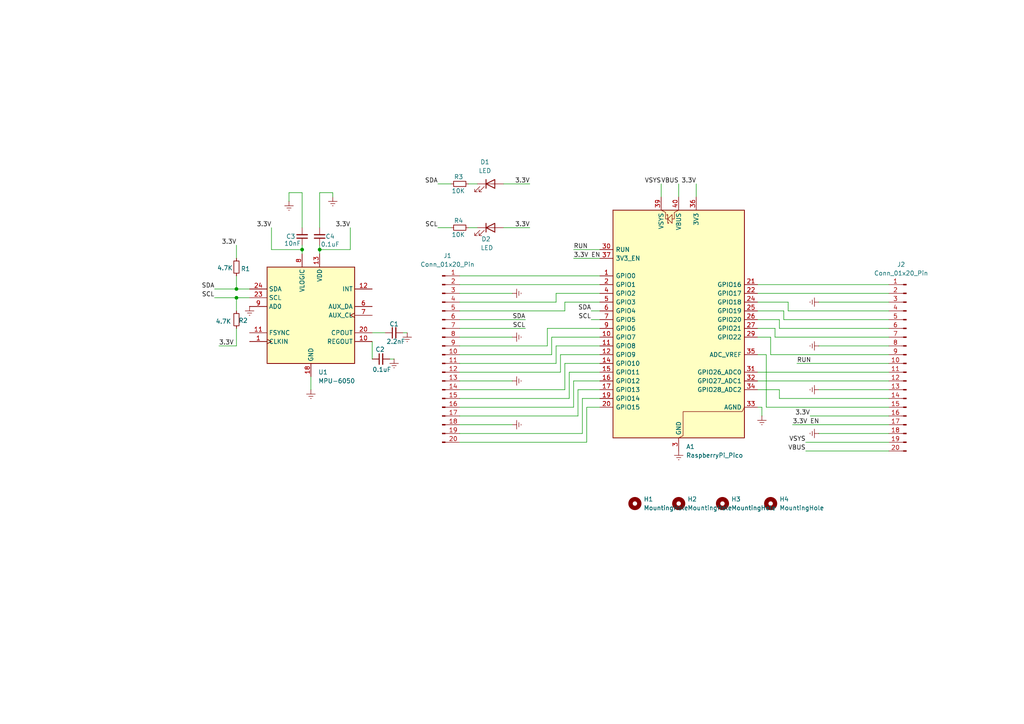
<source format=kicad_sch>
(kicad_sch
	(version 20250114)
	(generator "eeschema")
	(generator_version "9.0")
	(uuid "80475f3c-5350-4d96-92be-9b454af2351f")
	(paper "A4")
	(lib_symbols
		(symbol "Connector:Conn_01x20_Pin"
			(pin_names
				(offset 1.016)
				(hide yes)
			)
			(exclude_from_sim no)
			(in_bom yes)
			(on_board yes)
			(property "Reference" "J"
				(at 0 25.4 0)
				(effects
					(font
						(size 1.27 1.27)
					)
				)
			)
			(property "Value" "Conn_01x20_Pin"
				(at 0 -27.94 0)
				(effects
					(font
						(size 1.27 1.27)
					)
				)
			)
			(property "Footprint" ""
				(at 0 0 0)
				(effects
					(font
						(size 1.27 1.27)
					)
					(hide yes)
				)
			)
			(property "Datasheet" "~"
				(at 0 0 0)
				(effects
					(font
						(size 1.27 1.27)
					)
					(hide yes)
				)
			)
			(property "Description" "Generic connector, single row, 01x20, script generated"
				(at 0 0 0)
				(effects
					(font
						(size 1.27 1.27)
					)
					(hide yes)
				)
			)
			(property "ki_locked" ""
				(at 0 0 0)
				(effects
					(font
						(size 1.27 1.27)
					)
				)
			)
			(property "ki_keywords" "connector"
				(at 0 0 0)
				(effects
					(font
						(size 1.27 1.27)
					)
					(hide yes)
				)
			)
			(property "ki_fp_filters" "Connector*:*_1x??_*"
				(at 0 0 0)
				(effects
					(font
						(size 1.27 1.27)
					)
					(hide yes)
				)
			)
			(symbol "Conn_01x20_Pin_1_1"
				(rectangle
					(start 0.8636 22.987)
					(end 0 22.733)
					(stroke
						(width 0.1524)
						(type default)
					)
					(fill
						(type outline)
					)
				)
				(rectangle
					(start 0.8636 20.447)
					(end 0 20.193)
					(stroke
						(width 0.1524)
						(type default)
					)
					(fill
						(type outline)
					)
				)
				(rectangle
					(start 0.8636 17.907)
					(end 0 17.653)
					(stroke
						(width 0.1524)
						(type default)
					)
					(fill
						(type outline)
					)
				)
				(rectangle
					(start 0.8636 15.367)
					(end 0 15.113)
					(stroke
						(width 0.1524)
						(type default)
					)
					(fill
						(type outline)
					)
				)
				(rectangle
					(start 0.8636 12.827)
					(end 0 12.573)
					(stroke
						(width 0.1524)
						(type default)
					)
					(fill
						(type outline)
					)
				)
				(rectangle
					(start 0.8636 10.287)
					(end 0 10.033)
					(stroke
						(width 0.1524)
						(type default)
					)
					(fill
						(type outline)
					)
				)
				(rectangle
					(start 0.8636 7.747)
					(end 0 7.493)
					(stroke
						(width 0.1524)
						(type default)
					)
					(fill
						(type outline)
					)
				)
				(rectangle
					(start 0.8636 5.207)
					(end 0 4.953)
					(stroke
						(width 0.1524)
						(type default)
					)
					(fill
						(type outline)
					)
				)
				(rectangle
					(start 0.8636 2.667)
					(end 0 2.413)
					(stroke
						(width 0.1524)
						(type default)
					)
					(fill
						(type outline)
					)
				)
				(rectangle
					(start 0.8636 0.127)
					(end 0 -0.127)
					(stroke
						(width 0.1524)
						(type default)
					)
					(fill
						(type outline)
					)
				)
				(rectangle
					(start 0.8636 -2.413)
					(end 0 -2.667)
					(stroke
						(width 0.1524)
						(type default)
					)
					(fill
						(type outline)
					)
				)
				(rectangle
					(start 0.8636 -4.953)
					(end 0 -5.207)
					(stroke
						(width 0.1524)
						(type default)
					)
					(fill
						(type outline)
					)
				)
				(rectangle
					(start 0.8636 -7.493)
					(end 0 -7.747)
					(stroke
						(width 0.1524)
						(type default)
					)
					(fill
						(type outline)
					)
				)
				(rectangle
					(start 0.8636 -10.033)
					(end 0 -10.287)
					(stroke
						(width 0.1524)
						(type default)
					)
					(fill
						(type outline)
					)
				)
				(rectangle
					(start 0.8636 -12.573)
					(end 0 -12.827)
					(stroke
						(width 0.1524)
						(type default)
					)
					(fill
						(type outline)
					)
				)
				(rectangle
					(start 0.8636 -15.113)
					(end 0 -15.367)
					(stroke
						(width 0.1524)
						(type default)
					)
					(fill
						(type outline)
					)
				)
				(rectangle
					(start 0.8636 -17.653)
					(end 0 -17.907)
					(stroke
						(width 0.1524)
						(type default)
					)
					(fill
						(type outline)
					)
				)
				(rectangle
					(start 0.8636 -20.193)
					(end 0 -20.447)
					(stroke
						(width 0.1524)
						(type default)
					)
					(fill
						(type outline)
					)
				)
				(rectangle
					(start 0.8636 -22.733)
					(end 0 -22.987)
					(stroke
						(width 0.1524)
						(type default)
					)
					(fill
						(type outline)
					)
				)
				(rectangle
					(start 0.8636 -25.273)
					(end 0 -25.527)
					(stroke
						(width 0.1524)
						(type default)
					)
					(fill
						(type outline)
					)
				)
				(polyline
					(pts
						(xy 1.27 22.86) (xy 0.8636 22.86)
					)
					(stroke
						(width 0.1524)
						(type default)
					)
					(fill
						(type none)
					)
				)
				(polyline
					(pts
						(xy 1.27 20.32) (xy 0.8636 20.32)
					)
					(stroke
						(width 0.1524)
						(type default)
					)
					(fill
						(type none)
					)
				)
				(polyline
					(pts
						(xy 1.27 17.78) (xy 0.8636 17.78)
					)
					(stroke
						(width 0.1524)
						(type default)
					)
					(fill
						(type none)
					)
				)
				(polyline
					(pts
						(xy 1.27 15.24) (xy 0.8636 15.24)
					)
					(stroke
						(width 0.1524)
						(type default)
					)
					(fill
						(type none)
					)
				)
				(polyline
					(pts
						(xy 1.27 12.7) (xy 0.8636 12.7)
					)
					(stroke
						(width 0.1524)
						(type default)
					)
					(fill
						(type none)
					)
				)
				(polyline
					(pts
						(xy 1.27 10.16) (xy 0.8636 10.16)
					)
					(stroke
						(width 0.1524)
						(type default)
					)
					(fill
						(type none)
					)
				)
				(polyline
					(pts
						(xy 1.27 7.62) (xy 0.8636 7.62)
					)
					(stroke
						(width 0.1524)
						(type default)
					)
					(fill
						(type none)
					)
				)
				(polyline
					(pts
						(xy 1.27 5.08) (xy 0.8636 5.08)
					)
					(stroke
						(width 0.1524)
						(type default)
					)
					(fill
						(type none)
					)
				)
				(polyline
					(pts
						(xy 1.27 2.54) (xy 0.8636 2.54)
					)
					(stroke
						(width 0.1524)
						(type default)
					)
					(fill
						(type none)
					)
				)
				(polyline
					(pts
						(xy 1.27 0) (xy 0.8636 0)
					)
					(stroke
						(width 0.1524)
						(type default)
					)
					(fill
						(type none)
					)
				)
				(polyline
					(pts
						(xy 1.27 -2.54) (xy 0.8636 -2.54)
					)
					(stroke
						(width 0.1524)
						(type default)
					)
					(fill
						(type none)
					)
				)
				(polyline
					(pts
						(xy 1.27 -5.08) (xy 0.8636 -5.08)
					)
					(stroke
						(width 0.1524)
						(type default)
					)
					(fill
						(type none)
					)
				)
				(polyline
					(pts
						(xy 1.27 -7.62) (xy 0.8636 -7.62)
					)
					(stroke
						(width 0.1524)
						(type default)
					)
					(fill
						(type none)
					)
				)
				(polyline
					(pts
						(xy 1.27 -10.16) (xy 0.8636 -10.16)
					)
					(stroke
						(width 0.1524)
						(type default)
					)
					(fill
						(type none)
					)
				)
				(polyline
					(pts
						(xy 1.27 -12.7) (xy 0.8636 -12.7)
					)
					(stroke
						(width 0.1524)
						(type default)
					)
					(fill
						(type none)
					)
				)
				(polyline
					(pts
						(xy 1.27 -15.24) (xy 0.8636 -15.24)
					)
					(stroke
						(width 0.1524)
						(type default)
					)
					(fill
						(type none)
					)
				)
				(polyline
					(pts
						(xy 1.27 -17.78) (xy 0.8636 -17.78)
					)
					(stroke
						(width 0.1524)
						(type default)
					)
					(fill
						(type none)
					)
				)
				(polyline
					(pts
						(xy 1.27 -20.32) (xy 0.8636 -20.32)
					)
					(stroke
						(width 0.1524)
						(type default)
					)
					(fill
						(type none)
					)
				)
				(polyline
					(pts
						(xy 1.27 -22.86) (xy 0.8636 -22.86)
					)
					(stroke
						(width 0.1524)
						(type default)
					)
					(fill
						(type none)
					)
				)
				(polyline
					(pts
						(xy 1.27 -25.4) (xy 0.8636 -25.4)
					)
					(stroke
						(width 0.1524)
						(type default)
					)
					(fill
						(type none)
					)
				)
				(pin passive line
					(at 5.08 22.86 180)
					(length 3.81)
					(name "Pin_1"
						(effects
							(font
								(size 1.27 1.27)
							)
						)
					)
					(number "1"
						(effects
							(font
								(size 1.27 1.27)
							)
						)
					)
				)
				(pin passive line
					(at 5.08 20.32 180)
					(length 3.81)
					(name "Pin_2"
						(effects
							(font
								(size 1.27 1.27)
							)
						)
					)
					(number "2"
						(effects
							(font
								(size 1.27 1.27)
							)
						)
					)
				)
				(pin passive line
					(at 5.08 17.78 180)
					(length 3.81)
					(name "Pin_3"
						(effects
							(font
								(size 1.27 1.27)
							)
						)
					)
					(number "3"
						(effects
							(font
								(size 1.27 1.27)
							)
						)
					)
				)
				(pin passive line
					(at 5.08 15.24 180)
					(length 3.81)
					(name "Pin_4"
						(effects
							(font
								(size 1.27 1.27)
							)
						)
					)
					(number "4"
						(effects
							(font
								(size 1.27 1.27)
							)
						)
					)
				)
				(pin passive line
					(at 5.08 12.7 180)
					(length 3.81)
					(name "Pin_5"
						(effects
							(font
								(size 1.27 1.27)
							)
						)
					)
					(number "5"
						(effects
							(font
								(size 1.27 1.27)
							)
						)
					)
				)
				(pin passive line
					(at 5.08 10.16 180)
					(length 3.81)
					(name "Pin_6"
						(effects
							(font
								(size 1.27 1.27)
							)
						)
					)
					(number "6"
						(effects
							(font
								(size 1.27 1.27)
							)
						)
					)
				)
				(pin passive line
					(at 5.08 7.62 180)
					(length 3.81)
					(name "Pin_7"
						(effects
							(font
								(size 1.27 1.27)
							)
						)
					)
					(number "7"
						(effects
							(font
								(size 1.27 1.27)
							)
						)
					)
				)
				(pin passive line
					(at 5.08 5.08 180)
					(length 3.81)
					(name "Pin_8"
						(effects
							(font
								(size 1.27 1.27)
							)
						)
					)
					(number "8"
						(effects
							(font
								(size 1.27 1.27)
							)
						)
					)
				)
				(pin passive line
					(at 5.08 2.54 180)
					(length 3.81)
					(name "Pin_9"
						(effects
							(font
								(size 1.27 1.27)
							)
						)
					)
					(number "9"
						(effects
							(font
								(size 1.27 1.27)
							)
						)
					)
				)
				(pin passive line
					(at 5.08 0 180)
					(length 3.81)
					(name "Pin_10"
						(effects
							(font
								(size 1.27 1.27)
							)
						)
					)
					(number "10"
						(effects
							(font
								(size 1.27 1.27)
							)
						)
					)
				)
				(pin passive line
					(at 5.08 -2.54 180)
					(length 3.81)
					(name "Pin_11"
						(effects
							(font
								(size 1.27 1.27)
							)
						)
					)
					(number "11"
						(effects
							(font
								(size 1.27 1.27)
							)
						)
					)
				)
				(pin passive line
					(at 5.08 -5.08 180)
					(length 3.81)
					(name "Pin_12"
						(effects
							(font
								(size 1.27 1.27)
							)
						)
					)
					(number "12"
						(effects
							(font
								(size 1.27 1.27)
							)
						)
					)
				)
				(pin passive line
					(at 5.08 -7.62 180)
					(length 3.81)
					(name "Pin_13"
						(effects
							(font
								(size 1.27 1.27)
							)
						)
					)
					(number "13"
						(effects
							(font
								(size 1.27 1.27)
							)
						)
					)
				)
				(pin passive line
					(at 5.08 -10.16 180)
					(length 3.81)
					(name "Pin_14"
						(effects
							(font
								(size 1.27 1.27)
							)
						)
					)
					(number "14"
						(effects
							(font
								(size 1.27 1.27)
							)
						)
					)
				)
				(pin passive line
					(at 5.08 -12.7 180)
					(length 3.81)
					(name "Pin_15"
						(effects
							(font
								(size 1.27 1.27)
							)
						)
					)
					(number "15"
						(effects
							(font
								(size 1.27 1.27)
							)
						)
					)
				)
				(pin passive line
					(at 5.08 -15.24 180)
					(length 3.81)
					(name "Pin_16"
						(effects
							(font
								(size 1.27 1.27)
							)
						)
					)
					(number "16"
						(effects
							(font
								(size 1.27 1.27)
							)
						)
					)
				)
				(pin passive line
					(at 5.08 -17.78 180)
					(length 3.81)
					(name "Pin_17"
						(effects
							(font
								(size 1.27 1.27)
							)
						)
					)
					(number "17"
						(effects
							(font
								(size 1.27 1.27)
							)
						)
					)
				)
				(pin passive line
					(at 5.08 -20.32 180)
					(length 3.81)
					(name "Pin_18"
						(effects
							(font
								(size 1.27 1.27)
							)
						)
					)
					(number "18"
						(effects
							(font
								(size 1.27 1.27)
							)
						)
					)
				)
				(pin passive line
					(at 5.08 -22.86 180)
					(length 3.81)
					(name "Pin_19"
						(effects
							(font
								(size 1.27 1.27)
							)
						)
					)
					(number "19"
						(effects
							(font
								(size 1.27 1.27)
							)
						)
					)
				)
				(pin passive line
					(at 5.08 -25.4 180)
					(length 3.81)
					(name "Pin_20"
						(effects
							(font
								(size 1.27 1.27)
							)
						)
					)
					(number "20"
						(effects
							(font
								(size 1.27 1.27)
							)
						)
					)
				)
			)
			(embedded_fonts no)
		)
		(symbol "Device:C_Small"
			(pin_numbers
				(hide yes)
			)
			(pin_names
				(offset 0.254)
				(hide yes)
			)
			(exclude_from_sim no)
			(in_bom yes)
			(on_board yes)
			(property "Reference" "C"
				(at 0.254 1.778 0)
				(effects
					(font
						(size 1.27 1.27)
					)
					(justify left)
				)
			)
			(property "Value" "C_Small"
				(at 0.254 -2.032 0)
				(effects
					(font
						(size 1.27 1.27)
					)
					(justify left)
				)
			)
			(property "Footprint" ""
				(at 0 0 0)
				(effects
					(font
						(size 1.27 1.27)
					)
					(hide yes)
				)
			)
			(property "Datasheet" "~"
				(at 0 0 0)
				(effects
					(font
						(size 1.27 1.27)
					)
					(hide yes)
				)
			)
			(property "Description" "Unpolarized capacitor, small symbol"
				(at 0 0 0)
				(effects
					(font
						(size 1.27 1.27)
					)
					(hide yes)
				)
			)
			(property "ki_keywords" "capacitor cap"
				(at 0 0 0)
				(effects
					(font
						(size 1.27 1.27)
					)
					(hide yes)
				)
			)
			(property "ki_fp_filters" "C_*"
				(at 0 0 0)
				(effects
					(font
						(size 1.27 1.27)
					)
					(hide yes)
				)
			)
			(symbol "C_Small_0_1"
				(polyline
					(pts
						(xy -1.524 0.508) (xy 1.524 0.508)
					)
					(stroke
						(width 0.3048)
						(type default)
					)
					(fill
						(type none)
					)
				)
				(polyline
					(pts
						(xy -1.524 -0.508) (xy 1.524 -0.508)
					)
					(stroke
						(width 0.3302)
						(type default)
					)
					(fill
						(type none)
					)
				)
			)
			(symbol "C_Small_1_1"
				(pin passive line
					(at 0 2.54 270)
					(length 2.032)
					(name "~"
						(effects
							(font
								(size 1.27 1.27)
							)
						)
					)
					(number "1"
						(effects
							(font
								(size 1.27 1.27)
							)
						)
					)
				)
				(pin passive line
					(at 0 -2.54 90)
					(length 2.032)
					(name "~"
						(effects
							(font
								(size 1.27 1.27)
							)
						)
					)
					(number "2"
						(effects
							(font
								(size 1.27 1.27)
							)
						)
					)
				)
			)
			(embedded_fonts no)
		)
		(symbol "Device:LED"
			(pin_numbers
				(hide yes)
			)
			(pin_names
				(offset 1.016)
				(hide yes)
			)
			(exclude_from_sim no)
			(in_bom yes)
			(on_board yes)
			(property "Reference" "D"
				(at 0 2.54 0)
				(effects
					(font
						(size 1.27 1.27)
					)
				)
			)
			(property "Value" "LED"
				(at 0 -2.54 0)
				(effects
					(font
						(size 1.27 1.27)
					)
				)
			)
			(property "Footprint" ""
				(at 0 0 0)
				(effects
					(font
						(size 1.27 1.27)
					)
					(hide yes)
				)
			)
			(property "Datasheet" "~"
				(at 0 0 0)
				(effects
					(font
						(size 1.27 1.27)
					)
					(hide yes)
				)
			)
			(property "Description" "Light emitting diode"
				(at 0 0 0)
				(effects
					(font
						(size 1.27 1.27)
					)
					(hide yes)
				)
			)
			(property "Sim.Pins" "1=K 2=A"
				(at 0 0 0)
				(effects
					(font
						(size 1.27 1.27)
					)
					(hide yes)
				)
			)
			(property "ki_keywords" "LED diode"
				(at 0 0 0)
				(effects
					(font
						(size 1.27 1.27)
					)
					(hide yes)
				)
			)
			(property "ki_fp_filters" "LED* LED_SMD:* LED_THT:*"
				(at 0 0 0)
				(effects
					(font
						(size 1.27 1.27)
					)
					(hide yes)
				)
			)
			(symbol "LED_0_1"
				(polyline
					(pts
						(xy -3.048 -0.762) (xy -4.572 -2.286) (xy -3.81 -2.286) (xy -4.572 -2.286) (xy -4.572 -1.524)
					)
					(stroke
						(width 0)
						(type default)
					)
					(fill
						(type none)
					)
				)
				(polyline
					(pts
						(xy -1.778 -0.762) (xy -3.302 -2.286) (xy -2.54 -2.286) (xy -3.302 -2.286) (xy -3.302 -1.524)
					)
					(stroke
						(width 0)
						(type default)
					)
					(fill
						(type none)
					)
				)
				(polyline
					(pts
						(xy -1.27 0) (xy 1.27 0)
					)
					(stroke
						(width 0)
						(type default)
					)
					(fill
						(type none)
					)
				)
				(polyline
					(pts
						(xy -1.27 -1.27) (xy -1.27 1.27)
					)
					(stroke
						(width 0.254)
						(type default)
					)
					(fill
						(type none)
					)
				)
				(polyline
					(pts
						(xy 1.27 -1.27) (xy 1.27 1.27) (xy -1.27 0) (xy 1.27 -1.27)
					)
					(stroke
						(width 0.254)
						(type default)
					)
					(fill
						(type none)
					)
				)
			)
			(symbol "LED_1_1"
				(pin passive line
					(at -3.81 0 0)
					(length 2.54)
					(name "K"
						(effects
							(font
								(size 1.27 1.27)
							)
						)
					)
					(number "1"
						(effects
							(font
								(size 1.27 1.27)
							)
						)
					)
				)
				(pin passive line
					(at 3.81 0 180)
					(length 2.54)
					(name "A"
						(effects
							(font
								(size 1.27 1.27)
							)
						)
					)
					(number "2"
						(effects
							(font
								(size 1.27 1.27)
							)
						)
					)
				)
			)
			(embedded_fonts no)
		)
		(symbol "Device:R_Small"
			(pin_numbers
				(hide yes)
			)
			(pin_names
				(offset 0.254)
				(hide yes)
			)
			(exclude_from_sim no)
			(in_bom yes)
			(on_board yes)
			(property "Reference" "R"
				(at 0.762 0.508 0)
				(effects
					(font
						(size 1.27 1.27)
					)
					(justify left)
				)
			)
			(property "Value" "R_Small"
				(at 0.762 -1.016 0)
				(effects
					(font
						(size 1.27 1.27)
					)
					(justify left)
				)
			)
			(property "Footprint" ""
				(at 0 0 0)
				(effects
					(font
						(size 1.27 1.27)
					)
					(hide yes)
				)
			)
			(property "Datasheet" "~"
				(at 0 0 0)
				(effects
					(font
						(size 1.27 1.27)
					)
					(hide yes)
				)
			)
			(property "Description" "Resistor, small symbol"
				(at 0 0 0)
				(effects
					(font
						(size 1.27 1.27)
					)
					(hide yes)
				)
			)
			(property "ki_keywords" "R resistor"
				(at 0 0 0)
				(effects
					(font
						(size 1.27 1.27)
					)
					(hide yes)
				)
			)
			(property "ki_fp_filters" "R_*"
				(at 0 0 0)
				(effects
					(font
						(size 1.27 1.27)
					)
					(hide yes)
				)
			)
			(symbol "R_Small_0_1"
				(rectangle
					(start -0.762 1.778)
					(end 0.762 -1.778)
					(stroke
						(width 0.2032)
						(type default)
					)
					(fill
						(type none)
					)
				)
			)
			(symbol "R_Small_1_1"
				(pin passive line
					(at 0 2.54 270)
					(length 0.762)
					(name "~"
						(effects
							(font
								(size 1.27 1.27)
							)
						)
					)
					(number "1"
						(effects
							(font
								(size 1.27 1.27)
							)
						)
					)
				)
				(pin passive line
					(at 0 -2.54 90)
					(length 0.762)
					(name "~"
						(effects
							(font
								(size 1.27 1.27)
							)
						)
					)
					(number "2"
						(effects
							(font
								(size 1.27 1.27)
							)
						)
					)
				)
			)
			(embedded_fonts no)
		)
		(symbol "MCU_Module:RaspberryPi_Pico"
			(pin_names
				(offset 0.762)
			)
			(exclude_from_sim no)
			(in_bom yes)
			(on_board yes)
			(property "Reference" "A"
				(at -19.05 35.56 0)
				(effects
					(font
						(size 1.27 1.27)
					)
					(justify left)
				)
			)
			(property "Value" "RaspberryPi_Pico"
				(at 7.62 35.56 0)
				(effects
					(font
						(size 1.27 1.27)
					)
					(justify left)
				)
			)
			(property "Footprint" "Module:RaspberryPi_Pico_Common_Unspecified"
				(at 0 -46.99 0)
				(effects
					(font
						(size 1.27 1.27)
					)
					(hide yes)
				)
			)
			(property "Datasheet" "https://datasheets.raspberrypi.com/pico/pico-datasheet.pdf"
				(at 0 -49.53 0)
				(effects
					(font
						(size 1.27 1.27)
					)
					(hide yes)
				)
			)
			(property "Description" "Versatile and inexpensive microcontroller module powered by RP2040 dual-core Arm Cortex-M0+ processor up to 133 MHz, 264kB SRAM, 2MB QSPI flash; also supports Raspberry Pi Pico 2"
				(at 0 -52.07 0)
				(effects
					(font
						(size 1.27 1.27)
					)
					(hide yes)
				)
			)
			(property "ki_keywords" "RP2350A M33 RISC-V Hazard3 usb"
				(at 0 0 0)
				(effects
					(font
						(size 1.27 1.27)
					)
					(hide yes)
				)
			)
			(property "ki_fp_filters" "RaspberryPi?Pico?Common* RaspberryPi?Pico?SMD*"
				(at 0 0 0)
				(effects
					(font
						(size 1.27 1.27)
					)
					(hide yes)
				)
			)
			(symbol "RaspberryPi_Pico_0_1"
				(rectangle
					(start -19.05 34.29)
					(end 19.05 -31.75)
					(stroke
						(width 0.254)
						(type default)
					)
					(fill
						(type background)
					)
				)
				(polyline
					(pts
						(xy -5.08 34.29) (xy -3.81 33.655) (xy -3.81 31.75) (xy -3.175 31.75)
					)
					(stroke
						(width 0)
						(type default)
					)
					(fill
						(type none)
					)
				)
				(polyline
					(pts
						(xy -3.429 32.766) (xy -3.429 33.02) (xy -3.175 33.02) (xy -3.175 30.48) (xy -2.921 30.48) (xy -2.921 30.734)
					)
					(stroke
						(width 0)
						(type default)
					)
					(fill
						(type none)
					)
				)
				(polyline
					(pts
						(xy -3.175 31.75) (xy -1.905 33.02) (xy -1.905 30.48) (xy -3.175 31.75)
					)
					(stroke
						(width 0)
						(type default)
					)
					(fill
						(type none)
					)
				)
				(polyline
					(pts
						(xy 0 34.29) (xy -1.27 33.655) (xy -1.27 31.75) (xy -1.905 31.75)
					)
					(stroke
						(width 0)
						(type default)
					)
					(fill
						(type none)
					)
				)
				(polyline
					(pts
						(xy 0 -31.75) (xy 1.27 -31.115) (xy 1.27 -24.13) (xy 18.415 -24.13) (xy 19.05 -22.86)
					)
					(stroke
						(width 0)
						(type default)
					)
					(fill
						(type none)
					)
				)
			)
			(symbol "RaspberryPi_Pico_1_1"
				(pin passive line
					(at -22.86 22.86 0)
					(length 3.81)
					(name "RUN"
						(effects
							(font
								(size 1.27 1.27)
							)
						)
					)
					(number "30"
						(effects
							(font
								(size 1.27 1.27)
							)
						)
					)
					(alternate "~{RESET}" passive line)
				)
				(pin passive line
					(at -22.86 20.32 0)
					(length 3.81)
					(name "3V3_EN"
						(effects
							(font
								(size 1.27 1.27)
							)
						)
					)
					(number "37"
						(effects
							(font
								(size 1.27 1.27)
							)
						)
					)
					(alternate "~{3V3_DISABLE}" passive line)
				)
				(pin bidirectional line
					(at -22.86 15.24 0)
					(length 3.81)
					(name "GPIO0"
						(effects
							(font
								(size 1.27 1.27)
							)
						)
					)
					(number "1"
						(effects
							(font
								(size 1.27 1.27)
							)
						)
					)
					(alternate "I2C0_SDA" bidirectional line)
					(alternate "PWM0_A" output line)
					(alternate "SPI0_RX" input line)
					(alternate "UART0_TX" output line)
					(alternate "USB_OVCUR_DET" input line)
				)
				(pin bidirectional line
					(at -22.86 12.7 0)
					(length 3.81)
					(name "GPIO1"
						(effects
							(font
								(size 1.27 1.27)
							)
						)
					)
					(number "2"
						(effects
							(font
								(size 1.27 1.27)
							)
						)
					)
					(alternate "I2C0_SCL" bidirectional clock)
					(alternate "PWM0_B" bidirectional line)
					(alternate "UART0_RX" input line)
					(alternate "USB_VBUS_DET" passive line)
					(alternate "~{SPI0_CSn}" bidirectional line)
				)
				(pin bidirectional line
					(at -22.86 10.16 0)
					(length 3.81)
					(name "GPIO2"
						(effects
							(font
								(size 1.27 1.27)
							)
						)
					)
					(number "4"
						(effects
							(font
								(size 1.27 1.27)
							)
						)
					)
					(alternate "I2C1_SDA" bidirectional line)
					(alternate "PWM1_A" output line)
					(alternate "SPI0_SCK" bidirectional clock)
					(alternate "UART0_CTS" input line)
					(alternate "USB_VBUS_EN" output line)
				)
				(pin bidirectional line
					(at -22.86 7.62 0)
					(length 3.81)
					(name "GPIO3"
						(effects
							(font
								(size 1.27 1.27)
							)
						)
					)
					(number "5"
						(effects
							(font
								(size 1.27 1.27)
							)
						)
					)
					(alternate "I2C1_SCL" bidirectional clock)
					(alternate "PWM1_B" bidirectional line)
					(alternate "SPI0_TX" output line)
					(alternate "UART0_RTS" output line)
					(alternate "USB_OVCUR_DET" input line)
				)
				(pin bidirectional line
					(at -22.86 5.08 0)
					(length 3.81)
					(name "GPIO4"
						(effects
							(font
								(size 1.27 1.27)
							)
						)
					)
					(number "6"
						(effects
							(font
								(size 1.27 1.27)
							)
						)
					)
					(alternate "I2C0_SDA" bidirectional line)
					(alternate "PWM2_A" output line)
					(alternate "SPI0_RX" input line)
					(alternate "UART1_TX" output line)
					(alternate "USB_VBUS_DET" input line)
				)
				(pin bidirectional line
					(at -22.86 2.54 0)
					(length 3.81)
					(name "GPIO5"
						(effects
							(font
								(size 1.27 1.27)
							)
						)
					)
					(number "7"
						(effects
							(font
								(size 1.27 1.27)
							)
						)
					)
					(alternate "I2C0_SCL" bidirectional clock)
					(alternate "PWM2_B" bidirectional line)
					(alternate "UART1_RX" input line)
					(alternate "USB_VBUS_EN" output line)
					(alternate "~{SPI0_CSn}" bidirectional line)
				)
				(pin bidirectional line
					(at -22.86 0 0)
					(length 3.81)
					(name "GPIO6"
						(effects
							(font
								(size 1.27 1.27)
							)
						)
					)
					(number "9"
						(effects
							(font
								(size 1.27 1.27)
							)
						)
					)
					(alternate "I2C1_SDA" bidirectional line)
					(alternate "PWM3_A" output line)
					(alternate "SPI0_SCK" bidirectional clock)
					(alternate "UART1_CTS" input line)
					(alternate "USB_OVCUR_DET" input line)
				)
				(pin bidirectional line
					(at -22.86 -2.54 0)
					(length 3.81)
					(name "GPIO7"
						(effects
							(font
								(size 1.27 1.27)
							)
						)
					)
					(number "10"
						(effects
							(font
								(size 1.27 1.27)
							)
						)
					)
					(alternate "I2C1_SCL" bidirectional clock)
					(alternate "PWM3_B" bidirectional line)
					(alternate "SPI0_TX" output line)
					(alternate "UART1_RTS" output line)
					(alternate "USB_VBUS_DET" input line)
				)
				(pin bidirectional line
					(at -22.86 -5.08 0)
					(length 3.81)
					(name "GPIO8"
						(effects
							(font
								(size 1.27 1.27)
							)
						)
					)
					(number "11"
						(effects
							(font
								(size 1.27 1.27)
							)
						)
					)
					(alternate "I2C0_SDA" bidirectional line)
					(alternate "PWM4_A" output line)
					(alternate "SPI1_RX" input line)
					(alternate "UART1_TX" output line)
					(alternate "USB_VBUS_EN" output line)
				)
				(pin bidirectional line
					(at -22.86 -7.62 0)
					(length 3.81)
					(name "GPIO9"
						(effects
							(font
								(size 1.27 1.27)
							)
						)
					)
					(number "12"
						(effects
							(font
								(size 1.27 1.27)
							)
						)
					)
					(alternate "I2C0_SCL" bidirectional clock)
					(alternate "PWM4_B" bidirectional line)
					(alternate "UART1_RX" input line)
					(alternate "USB_OVCUR_DET" input line)
					(alternate "~{SPI1_CSn}" bidirectional line)
				)
				(pin bidirectional line
					(at -22.86 -10.16 0)
					(length 3.81)
					(name "GPIO10"
						(effects
							(font
								(size 1.27 1.27)
							)
						)
					)
					(number "14"
						(effects
							(font
								(size 1.27 1.27)
							)
						)
					)
					(alternate "I2C1_SDA" bidirectional line)
					(alternate "PWM5_A" output line)
					(alternate "SPI1_SCK" bidirectional clock)
					(alternate "UART1_CTS" input line)
					(alternate "USB_VBUS_DET" input line)
				)
				(pin bidirectional line
					(at -22.86 -12.7 0)
					(length 3.81)
					(name "GPIO11"
						(effects
							(font
								(size 1.27 1.27)
							)
						)
					)
					(number "15"
						(effects
							(font
								(size 1.27 1.27)
							)
						)
					)
					(alternate "I2C1_SCL" bidirectional clock)
					(alternate "PWM5_B" bidirectional line)
					(alternate "SPI1_TX" output line)
					(alternate "UART1_RTS" output line)
					(alternate "USB_VBUS_EN" output line)
				)
				(pin bidirectional line
					(at -22.86 -15.24 0)
					(length 3.81)
					(name "GPIO12"
						(effects
							(font
								(size 1.27 1.27)
							)
						)
					)
					(number "16"
						(effects
							(font
								(size 1.27 1.27)
							)
						)
					)
					(alternate "I2C0_SDA" bidirectional line)
					(alternate "PWM6_A" output line)
					(alternate "SPI1_RX" input line)
					(alternate "UART0_TX" output line)
					(alternate "USB_OVCUR_DET" input line)
				)
				(pin bidirectional line
					(at -22.86 -17.78 0)
					(length 3.81)
					(name "GPIO13"
						(effects
							(font
								(size 1.27 1.27)
							)
						)
					)
					(number "17"
						(effects
							(font
								(size 1.27 1.27)
							)
						)
					)
					(alternate "I2C0_SCL" bidirectional clock)
					(alternate "PWM6_B" bidirectional line)
					(alternate "UART0_RX" input line)
					(alternate "USB_VBUS_DET" input line)
					(alternate "~{SPI1_CSn}" bidirectional line)
				)
				(pin bidirectional line
					(at -22.86 -20.32 0)
					(length 3.81)
					(name "GPIO14"
						(effects
							(font
								(size 1.27 1.27)
							)
						)
					)
					(number "19"
						(effects
							(font
								(size 1.27 1.27)
							)
						)
					)
					(alternate "I2C1_SDA" bidirectional line)
					(alternate "PWM7_A" output line)
					(alternate "SPI1_SCK" bidirectional clock)
					(alternate "UART0_CTS" input line)
					(alternate "USB_VBUS_EN" output line)
				)
				(pin bidirectional line
					(at -22.86 -22.86 0)
					(length 3.81)
					(name "GPIO15"
						(effects
							(font
								(size 1.27 1.27)
							)
						)
					)
					(number "20"
						(effects
							(font
								(size 1.27 1.27)
							)
						)
					)
					(alternate "I2C1_SCL" bidirectional clock)
					(alternate "PWM7_B" bidirectional line)
					(alternate "SPI1_TX" output line)
					(alternate "UART0_RTS" output line)
					(alternate "USB_OVCUR_DET" input line)
				)
				(pin power_in line
					(at -5.08 38.1 270)
					(length 3.81)
					(name "VSYS"
						(effects
							(font
								(size 1.27 1.27)
							)
						)
					)
					(number "39"
						(effects
							(font
								(size 1.27 1.27)
							)
						)
					)
					(alternate "VSYS_OUT" power_out line)
				)
				(pin power_out line
					(at 0 38.1 270)
					(length 3.81)
					(name "VBUS"
						(effects
							(font
								(size 1.27 1.27)
							)
						)
					)
					(number "40"
						(effects
							(font
								(size 1.27 1.27)
							)
						)
					)
					(alternate "VBUS_IN" power_in line)
				)
				(pin passive line
					(at 0 -35.56 90)
					(length 3.81)
					(hide yes)
					(name "GND"
						(effects
							(font
								(size 1.27 1.27)
							)
						)
					)
					(number "13"
						(effects
							(font
								(size 1.27 1.27)
							)
						)
					)
				)
				(pin passive line
					(at 0 -35.56 90)
					(length 3.81)
					(hide yes)
					(name "GND"
						(effects
							(font
								(size 1.27 1.27)
							)
						)
					)
					(number "18"
						(effects
							(font
								(size 1.27 1.27)
							)
						)
					)
				)
				(pin passive line
					(at 0 -35.56 90)
					(length 3.81)
					(hide yes)
					(name "GND"
						(effects
							(font
								(size 1.27 1.27)
							)
						)
					)
					(number "23"
						(effects
							(font
								(size 1.27 1.27)
							)
						)
					)
				)
				(pin passive line
					(at 0 -35.56 90)
					(length 3.81)
					(hide yes)
					(name "GND"
						(effects
							(font
								(size 1.27 1.27)
							)
						)
					)
					(number "28"
						(effects
							(font
								(size 1.27 1.27)
							)
						)
					)
				)
				(pin power_out line
					(at 0 -35.56 90)
					(length 3.81)
					(name "GND"
						(effects
							(font
								(size 1.27 1.27)
							)
						)
					)
					(number "3"
						(effects
							(font
								(size 1.27 1.27)
							)
						)
					)
					(alternate "GND_IN" power_in line)
				)
				(pin passive line
					(at 0 -35.56 90)
					(length 3.81)
					(hide yes)
					(name "GND"
						(effects
							(font
								(size 1.27 1.27)
							)
						)
					)
					(number "38"
						(effects
							(font
								(size 1.27 1.27)
							)
						)
					)
				)
				(pin passive line
					(at 0 -35.56 90)
					(length 3.81)
					(hide yes)
					(name "GND"
						(effects
							(font
								(size 1.27 1.27)
							)
						)
					)
					(number "8"
						(effects
							(font
								(size 1.27 1.27)
							)
						)
					)
				)
				(pin power_out line
					(at 5.08 38.1 270)
					(length 3.81)
					(name "3V3"
						(effects
							(font
								(size 1.27 1.27)
							)
						)
					)
					(number "36"
						(effects
							(font
								(size 1.27 1.27)
							)
						)
					)
				)
				(pin bidirectional line
					(at 22.86 12.7 180)
					(length 3.81)
					(name "GPIO16"
						(effects
							(font
								(size 1.27 1.27)
							)
						)
					)
					(number "21"
						(effects
							(font
								(size 1.27 1.27)
							)
						)
					)
					(alternate "I2C0_SDA" bidirectional line)
					(alternate "PWM0_A" output line)
					(alternate "SPI0_RX" input line)
					(alternate "UART0_TX" output line)
					(alternate "USB_VBUS_DET" input line)
				)
				(pin bidirectional line
					(at 22.86 10.16 180)
					(length 3.81)
					(name "GPIO17"
						(effects
							(font
								(size 1.27 1.27)
							)
						)
					)
					(number "22"
						(effects
							(font
								(size 1.27 1.27)
							)
						)
					)
					(alternate "I2C0_SCL" bidirectional clock)
					(alternate "PWM0_B" bidirectional line)
					(alternate "UART0_RX" input line)
					(alternate "USB_VBUS_EN" output line)
					(alternate "~{SPI0_CSn}" bidirectional line)
				)
				(pin bidirectional line
					(at 22.86 7.62 180)
					(length 3.81)
					(name "GPIO18"
						(effects
							(font
								(size 1.27 1.27)
							)
						)
					)
					(number "24"
						(effects
							(font
								(size 1.27 1.27)
							)
						)
					)
					(alternate "I2C1_SDA" bidirectional line)
					(alternate "PWM1_A" output line)
					(alternate "SPI0_SCK" bidirectional clock)
					(alternate "UART0_CTS" input line)
					(alternate "USB_OVCUR_DET" input line)
				)
				(pin bidirectional line
					(at 22.86 5.08 180)
					(length 3.81)
					(name "GPIO19"
						(effects
							(font
								(size 1.27 1.27)
							)
						)
					)
					(number "25"
						(effects
							(font
								(size 1.27 1.27)
							)
						)
					)
					(alternate "I2C1_SCL" bidirectional clock)
					(alternate "PWM1_B" bidirectional line)
					(alternate "SPI0_TX" output line)
					(alternate "UART0_RTS" output line)
					(alternate "USB_VBUS_DET" input line)
				)
				(pin bidirectional line
					(at 22.86 2.54 180)
					(length 3.81)
					(name "GPIO20"
						(effects
							(font
								(size 1.27 1.27)
							)
						)
					)
					(number "26"
						(effects
							(font
								(size 1.27 1.27)
							)
						)
					)
					(alternate "CLOCK_GPIN0" input clock)
					(alternate "I2C0_SDA" bidirectional line)
					(alternate "PWM2_A" output line)
					(alternate "SPI0_RX" input line)
					(alternate "UART1_TX" output line)
					(alternate "USB_VBUS_EN" output line)
				)
				(pin bidirectional line
					(at 22.86 0 180)
					(length 3.81)
					(name "GPIO21"
						(effects
							(font
								(size 1.27 1.27)
							)
						)
					)
					(number "27"
						(effects
							(font
								(size 1.27 1.27)
							)
						)
					)
					(alternate "CLOCK_GPOUT0" output clock)
					(alternate "I2C0_SCL" bidirectional clock)
					(alternate "PWM2_B" bidirectional line)
					(alternate "UART1_RX" input line)
					(alternate "USB_OVCUR_DET" input line)
					(alternate "~{SPI0_CSn}" bidirectional line)
				)
				(pin bidirectional line
					(at 22.86 -2.54 180)
					(length 3.81)
					(name "GPIO22"
						(effects
							(font
								(size 1.27 1.27)
							)
						)
					)
					(number "29"
						(effects
							(font
								(size 1.27 1.27)
							)
						)
					)
					(alternate "CLOCK_GPIN1" input clock)
					(alternate "I2C1_SDA" bidirectional line)
					(alternate "PWM3_A" output line)
					(alternate "SPI0_SCK" bidirectional clock)
					(alternate "UART1_CTS" input line)
					(alternate "USB_VBUS_DET" input line)
				)
				(pin power_in line
					(at 22.86 -7.62 180)
					(length 3.81)
					(name "ADC_VREF"
						(effects
							(font
								(size 1.27 1.27)
							)
						)
					)
					(number "35"
						(effects
							(font
								(size 1.27 1.27)
							)
						)
					)
				)
				(pin bidirectional line
					(at 22.86 -12.7 180)
					(length 3.81)
					(name "GPIO26_ADC0"
						(effects
							(font
								(size 1.27 1.27)
							)
						)
					)
					(number "31"
						(effects
							(font
								(size 1.27 1.27)
							)
						)
					)
					(alternate "ADC0" input line)
					(alternate "GPIO26" bidirectional line)
					(alternate "I2C1_SDA" bidirectional line)
					(alternate "PWM5_A" output line)
					(alternate "SPI1_SCK" bidirectional clock)
					(alternate "UART1_CTS" input line)
					(alternate "USB_VBUS_EN" output line)
				)
				(pin bidirectional line
					(at 22.86 -15.24 180)
					(length 3.81)
					(name "GPIO27_ADC1"
						(effects
							(font
								(size 1.27 1.27)
							)
						)
					)
					(number "32"
						(effects
							(font
								(size 1.27 1.27)
							)
						)
					)
					(alternate "ADC1" input line)
					(alternate "GPIO27" bidirectional line)
					(alternate "I2C1_SCL" bidirectional clock)
					(alternate "PWM5_B" bidirectional line)
					(alternate "SPI1_TX" output line)
					(alternate "UART1_RTS" output line)
					(alternate "USB_OVCUR_DET" input line)
				)
				(pin bidirectional line
					(at 22.86 -17.78 180)
					(length 3.81)
					(name "GPIO28_ADC2"
						(effects
							(font
								(size 1.27 1.27)
							)
						)
					)
					(number "34"
						(effects
							(font
								(size 1.27 1.27)
							)
						)
					)
					(alternate "ADC2" input line)
					(alternate "GPIO28" bidirectional line)
					(alternate "I2C0_SDA" bidirectional line)
					(alternate "PWM6_A" output line)
					(alternate "SPI1_RX" input line)
					(alternate "UART0_TX" output line)
					(alternate "USB_VBUS_DET" input line)
				)
				(pin power_out line
					(at 22.86 -22.86 180)
					(length 3.81)
					(name "AGND"
						(effects
							(font
								(size 1.27 1.27)
							)
						)
					)
					(number "33"
						(effects
							(font
								(size 1.27 1.27)
							)
						)
					)
					(alternate "GND" passive line)
				)
			)
			(embedded_fonts no)
		)
		(symbol "Mechanical:MountingHole"
			(pin_names
				(offset 1.016)
			)
			(exclude_from_sim yes)
			(in_bom no)
			(on_board yes)
			(property "Reference" "H"
				(at 0 5.08 0)
				(effects
					(font
						(size 1.27 1.27)
					)
				)
			)
			(property "Value" "MountingHole"
				(at 0 3.175 0)
				(effects
					(font
						(size 1.27 1.27)
					)
				)
			)
			(property "Footprint" ""
				(at 0 0 0)
				(effects
					(font
						(size 1.27 1.27)
					)
					(hide yes)
				)
			)
			(property "Datasheet" "~"
				(at 0 0 0)
				(effects
					(font
						(size 1.27 1.27)
					)
					(hide yes)
				)
			)
			(property "Description" "Mounting Hole without connection"
				(at 0 0 0)
				(effects
					(font
						(size 1.27 1.27)
					)
					(hide yes)
				)
			)
			(property "ki_keywords" "mounting hole"
				(at 0 0 0)
				(effects
					(font
						(size 1.27 1.27)
					)
					(hide yes)
				)
			)
			(property "ki_fp_filters" "MountingHole*"
				(at 0 0 0)
				(effects
					(font
						(size 1.27 1.27)
					)
					(hide yes)
				)
			)
			(symbol "MountingHole_0_1"
				(circle
					(center 0 0)
					(radius 1.27)
					(stroke
						(width 1.27)
						(type default)
					)
					(fill
						(type none)
					)
				)
			)
			(embedded_fonts no)
		)
		(symbol "Sensor_Motion:MPU-6050"
			(exclude_from_sim no)
			(in_bom yes)
			(on_board yes)
			(property "Reference" "U"
				(at -11.43 13.97 0)
				(effects
					(font
						(size 1.27 1.27)
					)
				)
			)
			(property "Value" "MPU-6050"
				(at 7.62 -15.24 0)
				(effects
					(font
						(size 1.27 1.27)
					)
				)
			)
			(property "Footprint" "Sensor_Motion:InvenSense_QFN-24_4x4mm_P0.5mm"
				(at 0 -20.32 0)
				(effects
					(font
						(size 1.27 1.27)
					)
					(hide yes)
				)
			)
			(property "Datasheet" "https://invensense.tdk.com/wp-content/uploads/2015/02/MPU-6000-Datasheet1.pdf"
				(at 0 -3.81 0)
				(effects
					(font
						(size 1.27 1.27)
					)
					(hide yes)
				)
			)
			(property "Description" "InvenSense 6-Axis Motion Sensor, Gyroscope, Accelerometer, I2C"
				(at 0 0 0)
				(effects
					(font
						(size 1.27 1.27)
					)
					(hide yes)
				)
			)
			(property "ki_keywords" "mems"
				(at 0 0 0)
				(effects
					(font
						(size 1.27 1.27)
					)
					(hide yes)
				)
			)
			(property "ki_fp_filters" "*QFN*4x4mm*P0.5mm*"
				(at 0 0 0)
				(effects
					(font
						(size 1.27 1.27)
					)
					(hide yes)
				)
			)
			(symbol "MPU-6050_0_0"
				(text ""
					(at 12.7 -2.54 0)
					(effects
						(font
							(size 1.27 1.27)
						)
					)
				)
			)
			(symbol "MPU-6050_0_1"
				(rectangle
					(start -12.7 13.97)
					(end 12.7 -13.97)
					(stroke
						(width 0.254)
						(type default)
					)
					(fill
						(type background)
					)
				)
			)
			(symbol "MPU-6050_1_1"
				(pin bidirectional line
					(at -17.78 7.62 0)
					(length 5.08)
					(name "SDA"
						(effects
							(font
								(size 1.27 1.27)
							)
						)
					)
					(number "24"
						(effects
							(font
								(size 1.27 1.27)
							)
						)
					)
				)
				(pin input line
					(at -17.78 5.08 0)
					(length 5.08)
					(name "SCL"
						(effects
							(font
								(size 1.27 1.27)
							)
						)
					)
					(number "23"
						(effects
							(font
								(size 1.27 1.27)
							)
						)
					)
				)
				(pin input line
					(at -17.78 2.54 0)
					(length 5.08)
					(name "AD0"
						(effects
							(font
								(size 1.27 1.27)
							)
						)
					)
					(number "9"
						(effects
							(font
								(size 1.27 1.27)
							)
						)
					)
				)
				(pin input line
					(at -17.78 -5.08 0)
					(length 5.08)
					(name "FSYNC"
						(effects
							(font
								(size 1.27 1.27)
							)
						)
					)
					(number "11"
						(effects
							(font
								(size 1.27 1.27)
							)
						)
					)
				)
				(pin input clock
					(at -17.78 -7.62 0)
					(length 5.08)
					(name "CLKIN"
						(effects
							(font
								(size 1.27 1.27)
							)
						)
					)
					(number "1"
						(effects
							(font
								(size 1.27 1.27)
							)
						)
					)
				)
				(pin no_connect line
					(at -12.7 12.7 0)
					(length 2.54)
					(hide yes)
					(name "NC"
						(effects
							(font
								(size 1.27 1.27)
							)
						)
					)
					(number "2"
						(effects
							(font
								(size 1.27 1.27)
							)
						)
					)
				)
				(pin no_connect line
					(at -12.7 10.16 0)
					(length 2.54)
					(hide yes)
					(name "NC"
						(effects
							(font
								(size 1.27 1.27)
							)
						)
					)
					(number "3"
						(effects
							(font
								(size 1.27 1.27)
							)
						)
					)
				)
				(pin no_connect line
					(at -12.7 0 0)
					(length 2.54)
					(hide yes)
					(name "NC"
						(effects
							(font
								(size 1.27 1.27)
							)
						)
					)
					(number "4"
						(effects
							(font
								(size 1.27 1.27)
							)
						)
					)
				)
				(pin no_connect line
					(at -12.7 -2.54 0)
					(length 2.54)
					(hide yes)
					(name "NC"
						(effects
							(font
								(size 1.27 1.27)
							)
						)
					)
					(number "5"
						(effects
							(font
								(size 1.27 1.27)
							)
						)
					)
				)
				(pin no_connect line
					(at -12.7 -10.16 0)
					(length 2.54)
					(hide yes)
					(name "NC"
						(effects
							(font
								(size 1.27 1.27)
							)
						)
					)
					(number "14"
						(effects
							(font
								(size 1.27 1.27)
							)
						)
					)
				)
				(pin power_in line
					(at -2.54 17.78 270)
					(length 3.81)
					(name "VLOGIC"
						(effects
							(font
								(size 1.27 1.27)
							)
						)
					)
					(number "8"
						(effects
							(font
								(size 1.27 1.27)
							)
						)
					)
				)
				(pin power_in line
					(at 0 -17.78 90)
					(length 3.81)
					(name "GND"
						(effects
							(font
								(size 1.27 1.27)
							)
						)
					)
					(number "18"
						(effects
							(font
								(size 1.27 1.27)
							)
						)
					)
				)
				(pin power_in line
					(at 2.54 17.78 270)
					(length 3.81)
					(name "VDD"
						(effects
							(font
								(size 1.27 1.27)
							)
						)
					)
					(number "13"
						(effects
							(font
								(size 1.27 1.27)
							)
						)
					)
				)
				(pin no_connect line
					(at 12.7 12.7 180)
					(length 2.54)
					(hide yes)
					(name "NC"
						(effects
							(font
								(size 1.27 1.27)
							)
						)
					)
					(number "15"
						(effects
							(font
								(size 1.27 1.27)
							)
						)
					)
				)
				(pin no_connect line
					(at 12.7 10.16 180)
					(length 2.54)
					(hide yes)
					(name "NC"
						(effects
							(font
								(size 1.27 1.27)
							)
						)
					)
					(number "16"
						(effects
							(font
								(size 1.27 1.27)
							)
						)
					)
				)
				(pin no_connect line
					(at 12.7 5.08 180)
					(length 2.54)
					(hide yes)
					(name "NC"
						(effects
							(font
								(size 1.27 1.27)
							)
						)
					)
					(number "17"
						(effects
							(font
								(size 1.27 1.27)
							)
						)
					)
				)
				(pin no_connect line
					(at 12.7 -2.54 180)
					(length 2.54)
					(hide yes)
					(name "RESV"
						(effects
							(font
								(size 1.27 1.27)
							)
						)
					)
					(number "21"
						(effects
							(font
								(size 1.27 1.27)
							)
						)
					)
				)
				(pin no_connect line
					(at 12.7 -10.16 180)
					(length 2.54)
					(hide yes)
					(name "RESV"
						(effects
							(font
								(size 1.27 1.27)
							)
						)
					)
					(number "19"
						(effects
							(font
								(size 1.27 1.27)
							)
						)
					)
				)
				(pin no_connect line
					(at 12.7 -12.7 180)
					(length 2.54)
					(hide yes)
					(name "RESV"
						(effects
							(font
								(size 1.27 1.27)
							)
						)
					)
					(number "22"
						(effects
							(font
								(size 1.27 1.27)
							)
						)
					)
				)
				(pin output line
					(at 17.78 7.62 180)
					(length 5.08)
					(name "INT"
						(effects
							(font
								(size 1.27 1.27)
							)
						)
					)
					(number "12"
						(effects
							(font
								(size 1.27 1.27)
							)
						)
					)
				)
				(pin bidirectional line
					(at 17.78 2.54 180)
					(length 5.08)
					(name "AUX_DA"
						(effects
							(font
								(size 1.27 1.27)
							)
						)
					)
					(number "6"
						(effects
							(font
								(size 1.27 1.27)
							)
						)
					)
				)
				(pin output clock
					(at 17.78 0 180)
					(length 5.08)
					(name "AUX_CL"
						(effects
							(font
								(size 1.27 1.27)
							)
						)
					)
					(number "7"
						(effects
							(font
								(size 1.27 1.27)
							)
						)
					)
				)
				(pin passive line
					(at 17.78 -5.08 180)
					(length 5.08)
					(name "CPOUT"
						(effects
							(font
								(size 1.27 1.27)
							)
						)
					)
					(number "20"
						(effects
							(font
								(size 1.27 1.27)
							)
						)
					)
				)
				(pin passive line
					(at 17.78 -7.62 180)
					(length 5.08)
					(name "REGOUT"
						(effects
							(font
								(size 1.27 1.27)
							)
						)
					)
					(number "10"
						(effects
							(font
								(size 1.27 1.27)
							)
						)
					)
				)
			)
			(embedded_fonts no)
		)
		(symbol "power:Earth"
			(power)
			(pin_numbers
				(hide yes)
			)
			(pin_names
				(offset 0)
				(hide yes)
			)
			(exclude_from_sim no)
			(in_bom yes)
			(on_board yes)
			(property "Reference" "#PWR"
				(at 0 -6.35 0)
				(effects
					(font
						(size 1.27 1.27)
					)
					(hide yes)
				)
			)
			(property "Value" "Earth"
				(at 0 -3.81 0)
				(effects
					(font
						(size 1.27 1.27)
					)
				)
			)
			(property "Footprint" ""
				(at 0 0 0)
				(effects
					(font
						(size 1.27 1.27)
					)
					(hide yes)
				)
			)
			(property "Datasheet" "~"
				(at 0 0 0)
				(effects
					(font
						(size 1.27 1.27)
					)
					(hide yes)
				)
			)
			(property "Description" "Power symbol creates a global label with name \"Earth\""
				(at 0 0 0)
				(effects
					(font
						(size 1.27 1.27)
					)
					(hide yes)
				)
			)
			(property "ki_keywords" "global ground gnd"
				(at 0 0 0)
				(effects
					(font
						(size 1.27 1.27)
					)
					(hide yes)
				)
			)
			(symbol "Earth_0_1"
				(polyline
					(pts
						(xy -0.635 -1.905) (xy 0.635 -1.905)
					)
					(stroke
						(width 0)
						(type default)
					)
					(fill
						(type none)
					)
				)
				(polyline
					(pts
						(xy -0.127 -2.54) (xy 0.127 -2.54)
					)
					(stroke
						(width 0)
						(type default)
					)
					(fill
						(type none)
					)
				)
				(polyline
					(pts
						(xy 0 -1.27) (xy 0 0)
					)
					(stroke
						(width 0)
						(type default)
					)
					(fill
						(type none)
					)
				)
				(polyline
					(pts
						(xy 1.27 -1.27) (xy -1.27 -1.27)
					)
					(stroke
						(width 0)
						(type default)
					)
					(fill
						(type none)
					)
				)
			)
			(symbol "Earth_1_1"
				(pin power_in line
					(at 0 0 270)
					(length 0)
					(name "~"
						(effects
							(font
								(size 1.27 1.27)
							)
						)
					)
					(number "1"
						(effects
							(font
								(size 1.27 1.27)
							)
						)
					)
				)
			)
			(embedded_fonts no)
		)
	)
	(junction
		(at 68.58 86.36)
		(diameter 0)
		(color 0 0 0 0)
		(uuid "31bfa593-f97e-4b94-9d12-dc8b6de5bbe7")
	)
	(junction
		(at 87.63 72.39)
		(diameter 0)
		(color 0 0 0 0)
		(uuid "58cdb223-49f3-49a4-be24-d5ab6fdfafb2")
	)
	(junction
		(at 92.71 72.39)
		(diameter 0)
		(color 0 0 0 0)
		(uuid "968b28e7-3896-4ebf-8eb2-8b20537b20c2")
	)
	(junction
		(at 68.58 83.82)
		(diameter 0)
		(color 0 0 0 0)
		(uuid "b9b2fcbe-775f-4359-921a-1235cb351736")
	)
	(wire
		(pts
			(xy 224.79 95.25) (xy 219.71 95.25)
		)
		(stroke
			(width 0)
			(type default)
		)
		(uuid "00e15d04-03e1-432d-8bc6-3ae71635460b")
	)
	(wire
		(pts
			(xy 87.63 55.88) (xy 87.63 66.04)
		)
		(stroke
			(width 0)
			(type default)
		)
		(uuid "022a964b-98bc-431c-a3a4-6e29dcde509e")
	)
	(wire
		(pts
			(xy 226.06 115.57) (xy 226.06 113.03)
		)
		(stroke
			(width 0)
			(type default)
		)
		(uuid "065bd515-9aa6-48bf-a98e-290d647f22dd")
	)
	(wire
		(pts
			(xy 133.35 80.01) (xy 173.99 80.01)
		)
		(stroke
			(width 0)
			(type default)
		)
		(uuid "090a0e5e-f303-4841-8b44-329471ddb8e9")
	)
	(wire
		(pts
			(xy 133.35 125.73) (xy 168.91 125.73)
		)
		(stroke
			(width 0)
			(type default)
		)
		(uuid "0ade0f7f-4d90-4453-87ca-cad053bf8e80")
	)
	(wire
		(pts
			(xy 161.29 87.63) (xy 161.29 85.09)
		)
		(stroke
			(width 0)
			(type default)
		)
		(uuid "0bdb982c-9f34-405c-9b03-559e6fa4efc2")
	)
	(wire
		(pts
			(xy 224.79 97.79) (xy 257.81 97.79)
		)
		(stroke
			(width 0)
			(type default)
		)
		(uuid "0eba58cc-1b32-4457-b19f-75664e1f0657")
	)
	(wire
		(pts
			(xy 163.83 113.03) (xy 163.83 105.41)
		)
		(stroke
			(width 0)
			(type default)
		)
		(uuid "0f2fd002-fb83-4397-bac5-f024f46cf297")
	)
	(wire
		(pts
			(xy 166.37 72.39) (xy 173.99 72.39)
		)
		(stroke
			(width 0)
			(type default)
		)
		(uuid "117f2bca-5bde-48d3-b260-cc6de747fa63")
	)
	(wire
		(pts
			(xy 165.1 115.57) (xy 165.1 107.95)
		)
		(stroke
			(width 0)
			(type default)
		)
		(uuid "12536919-1402-466e-ad0b-afdcc5fb26db")
	)
	(wire
		(pts
			(xy 228.6 87.63) (xy 219.71 87.63)
		)
		(stroke
			(width 0)
			(type default)
		)
		(uuid "12fe64b2-18d5-4486-b380-2eaf989ea921")
	)
	(wire
		(pts
			(xy 153.67 66.04) (xy 146.05 66.04)
		)
		(stroke
			(width 0)
			(type default)
		)
		(uuid "135c9b2e-3258-43cf-ad23-e113b7cb7a4d")
	)
	(wire
		(pts
			(xy 158.75 95.25) (xy 173.99 95.25)
		)
		(stroke
			(width 0)
			(type default)
		)
		(uuid "18491f55-3a22-4c93-a392-8446d1cf5544")
	)
	(wire
		(pts
			(xy 92.71 72.39) (xy 92.71 73.66)
		)
		(stroke
			(width 0)
			(type default)
		)
		(uuid "1acc8564-96ff-4e1f-8858-3de6f890dd59")
	)
	(wire
		(pts
			(xy 237.49 100.33) (xy 257.81 100.33)
		)
		(stroke
			(width 0)
			(type default)
		)
		(uuid "1bf151f3-a9e4-4f8b-8f93-499fd8654d69")
	)
	(wire
		(pts
			(xy 234.95 120.65) (xy 257.81 120.65)
		)
		(stroke
			(width 0)
			(type default)
		)
		(uuid "26c0f99c-ed17-469b-a06f-ea4a58f072c5")
	)
	(wire
		(pts
			(xy 219.71 110.49) (xy 257.81 110.49)
		)
		(stroke
			(width 0)
			(type default)
		)
		(uuid "29b793bf-f380-4f92-a72a-9d8bac2656bd")
	)
	(wire
		(pts
			(xy 127 53.34) (xy 130.81 53.34)
		)
		(stroke
			(width 0)
			(type default)
		)
		(uuid "2ad93960-a781-446c-854a-1649e6e53c2b")
	)
	(wire
		(pts
			(xy 223.52 102.87) (xy 257.81 102.87)
		)
		(stroke
			(width 0)
			(type default)
		)
		(uuid "2b056689-8f65-466d-8edb-9e50aba0b9bf")
	)
	(wire
		(pts
			(xy 68.58 83.82) (xy 72.39 83.82)
		)
		(stroke
			(width 0)
			(type default)
		)
		(uuid "2c15e435-881c-4632-b9cd-a1a348340f8b")
	)
	(wire
		(pts
			(xy 135.89 66.04) (xy 138.43 66.04)
		)
		(stroke
			(width 0)
			(type default)
		)
		(uuid "2cd1a17e-cce9-4a2f-8ea3-ded58a169c4a")
	)
	(wire
		(pts
			(xy 83.82 55.88) (xy 87.63 55.88)
		)
		(stroke
			(width 0)
			(type default)
		)
		(uuid "2d223376-bb9a-4459-9f94-e2f8e6dddc6f")
	)
	(wire
		(pts
			(xy 133.35 95.25) (xy 152.4 95.25)
		)
		(stroke
			(width 0)
			(type default)
		)
		(uuid "2d225b75-e416-48a0-8107-9007000a8f41")
	)
	(wire
		(pts
			(xy 118.11 96.52) (xy 116.84 96.52)
		)
		(stroke
			(width 0)
			(type default)
		)
		(uuid "2dff0294-7c86-4724-b8d8-17b38ac9140a")
	)
	(wire
		(pts
			(xy 229.87 123.19) (xy 257.81 123.19)
		)
		(stroke
			(width 0)
			(type default)
		)
		(uuid "2ebb9c32-5630-4a58-b033-b685e45c0b33")
	)
	(wire
		(pts
			(xy 78.74 66.04) (xy 78.74 72.39)
		)
		(stroke
			(width 0)
			(type default)
		)
		(uuid "302ec96b-2c5c-43db-a60a-7426442ee6ba")
	)
	(wire
		(pts
			(xy 162.56 102.87) (xy 173.99 102.87)
		)
		(stroke
			(width 0)
			(type default)
		)
		(uuid "32c2a3d0-6941-4803-843b-342be515cf23")
	)
	(wire
		(pts
			(xy 196.85 53.34) (xy 196.85 57.15)
		)
		(stroke
			(width 0)
			(type default)
		)
		(uuid "347812ea-1c0c-4dcd-82a8-0f75b134e699")
	)
	(wire
		(pts
			(xy 226.06 113.03) (xy 219.71 113.03)
		)
		(stroke
			(width 0)
			(type default)
		)
		(uuid "35309226-8ad1-42db-b1dc-86061c623995")
	)
	(wire
		(pts
			(xy 161.29 105.41) (xy 161.29 100.33)
		)
		(stroke
			(width 0)
			(type default)
		)
		(uuid "39c545c6-2b2f-4a85-b626-fbc9ac95e9ec")
	)
	(wire
		(pts
			(xy 219.71 107.95) (xy 257.81 107.95)
		)
		(stroke
			(width 0)
			(type default)
		)
		(uuid "3b23fb86-b8a8-4d7d-bc34-511efffe02ef")
	)
	(wire
		(pts
			(xy 68.58 90.17) (xy 68.58 86.36)
		)
		(stroke
			(width 0)
			(type default)
		)
		(uuid "3bb90835-d960-4414-9f0f-a1a3302e7725")
	)
	(wire
		(pts
			(xy 223.52 102.87) (xy 223.52 97.79)
		)
		(stroke
			(width 0)
			(type default)
		)
		(uuid "3fcfc356-ba36-417c-a488-b1ba51956aef")
	)
	(wire
		(pts
			(xy 166.37 110.49) (xy 166.37 118.11)
		)
		(stroke
			(width 0)
			(type default)
		)
		(uuid "40086bab-e840-45ce-b987-5bae77c63d23")
	)
	(wire
		(pts
			(xy 170.18 128.27) (xy 170.18 118.11)
		)
		(stroke
			(width 0)
			(type default)
		)
		(uuid "40ecd055-a22a-46f1-9331-a2441bec38e5")
	)
	(wire
		(pts
			(xy 173.99 110.49) (xy 166.37 110.49)
		)
		(stroke
			(width 0)
			(type default)
		)
		(uuid "42122cbc-664a-4f93-a11a-a59573b8ba5e")
	)
	(wire
		(pts
			(xy 133.35 100.33) (xy 158.75 100.33)
		)
		(stroke
			(width 0)
			(type default)
		)
		(uuid "4588fa80-d979-48b5-a584-5fb5b5d7377d")
	)
	(wire
		(pts
			(xy 83.82 58.42) (xy 83.82 55.88)
		)
		(stroke
			(width 0)
			(type default)
		)
		(uuid "47021078-ede3-4dfb-82e7-9e521f0a5cb9")
	)
	(wire
		(pts
			(xy 62.23 86.36) (xy 68.58 86.36)
		)
		(stroke
			(width 0)
			(type default)
		)
		(uuid "4bd91e0a-84fa-421f-88b9-72eb08f82202")
	)
	(wire
		(pts
			(xy 237.49 125.73) (xy 257.81 125.73)
		)
		(stroke
			(width 0)
			(type default)
		)
		(uuid "4d100d7c-7391-4b9b-b467-93d51e640073")
	)
	(wire
		(pts
			(xy 226.06 92.71) (xy 219.71 92.71)
		)
		(stroke
			(width 0)
			(type default)
		)
		(uuid "4d47fb5f-63e2-440f-b408-23c3038a41d7")
	)
	(wire
		(pts
			(xy 227.33 92.71) (xy 257.81 92.71)
		)
		(stroke
			(width 0)
			(type default)
		)
		(uuid "4e540af0-4c41-4487-8b4c-e5470f57675d")
	)
	(wire
		(pts
			(xy 222.25 118.11) (xy 257.81 118.11)
		)
		(stroke
			(width 0)
			(type default)
		)
		(uuid "510c7f21-c91d-4578-800d-e34a7455e2a0")
	)
	(wire
		(pts
			(xy 161.29 85.09) (xy 173.99 85.09)
		)
		(stroke
			(width 0)
			(type default)
		)
		(uuid "56c6a113-af77-4fdf-8323-e94f3edb4936")
	)
	(wire
		(pts
			(xy 227.33 92.71) (xy 227.33 90.17)
		)
		(stroke
			(width 0)
			(type default)
		)
		(uuid "583cc1bd-d034-4e45-8981-471f9d9975b5")
	)
	(wire
		(pts
			(xy 223.52 97.79) (xy 219.71 97.79)
		)
		(stroke
			(width 0)
			(type default)
		)
		(uuid "61524d53-e1d6-4c0e-8569-33fb0f1ff52b")
	)
	(wire
		(pts
			(xy 114.3 104.14) (xy 113.03 104.14)
		)
		(stroke
			(width 0)
			(type default)
		)
		(uuid "630d2860-332d-4c7e-853b-800be5a39f8d")
	)
	(wire
		(pts
			(xy 133.35 102.87) (xy 160.02 102.87)
		)
		(stroke
			(width 0)
			(type default)
		)
		(uuid "65755a0d-cd7e-46f2-b68f-ca57f2aa42d3")
	)
	(wire
		(pts
			(xy 220.98 120.65) (xy 220.98 118.11)
		)
		(stroke
			(width 0)
			(type default)
		)
		(uuid "6999e312-45d3-4e06-b968-8bc73c566fe2")
	)
	(wire
		(pts
			(xy 161.29 100.33) (xy 173.99 100.33)
		)
		(stroke
			(width 0)
			(type default)
		)
		(uuid "69bdbac9-7627-44d2-aefd-ed5e708a4ad1")
	)
	(wire
		(pts
			(xy 135.89 53.34) (xy 138.43 53.34)
		)
		(stroke
			(width 0)
			(type default)
		)
		(uuid "6b4a8ced-092d-4cee-870a-5f634549a71d")
	)
	(wire
		(pts
			(xy 168.91 125.73) (xy 168.91 115.57)
		)
		(stroke
			(width 0)
			(type default)
		)
		(uuid "6beb5896-34f9-426e-923a-2aa1f0b39e5d")
	)
	(wire
		(pts
			(xy 92.71 72.39) (xy 101.6 72.39)
		)
		(stroke
			(width 0)
			(type default)
		)
		(uuid "6d91b78a-3fee-4c8c-bf22-faebd47ec9b7")
	)
	(wire
		(pts
			(xy 167.64 120.65) (xy 167.64 113.03)
		)
		(stroke
			(width 0)
			(type default)
		)
		(uuid "76d61679-c416-4f93-bb2f-9ff2dc8dddcd")
	)
	(wire
		(pts
			(xy 92.71 55.88) (xy 92.71 66.04)
		)
		(stroke
			(width 0)
			(type default)
		)
		(uuid "77c3d1b8-becc-4693-ae11-1996f5aea4d4")
	)
	(wire
		(pts
			(xy 107.95 104.14) (xy 107.95 99.06)
		)
		(stroke
			(width 0)
			(type default)
		)
		(uuid "7844188d-b7cc-41dd-b8bd-536e0e1dc170")
	)
	(wire
		(pts
			(xy 233.68 128.27) (xy 257.81 128.27)
		)
		(stroke
			(width 0)
			(type default)
		)
		(uuid "78744755-301d-400c-a32b-32184fa81b32")
	)
	(wire
		(pts
			(xy 90.17 113.03) (xy 90.17 109.22)
		)
		(stroke
			(width 0)
			(type default)
		)
		(uuid "7a9f84e3-0efb-4f68-a7ac-af8ed6fe66d9")
	)
	(wire
		(pts
			(xy 226.06 115.57) (xy 257.81 115.57)
		)
		(stroke
			(width 0)
			(type default)
		)
		(uuid "80611b04-e3d3-4b95-9849-5cfafef81582")
	)
	(wire
		(pts
			(xy 162.56 107.95) (xy 162.56 102.87)
		)
		(stroke
			(width 0)
			(type default)
		)
		(uuid "82bf8807-1408-44e2-ab8b-247435c84460")
	)
	(wire
		(pts
			(xy 219.71 85.09) (xy 257.81 85.09)
		)
		(stroke
			(width 0)
			(type default)
		)
		(uuid "82f8e3f6-f8a2-43ca-80ba-0a28c19bdd60")
	)
	(wire
		(pts
			(xy 168.91 115.57) (xy 173.99 115.57)
		)
		(stroke
			(width 0)
			(type default)
		)
		(uuid "8625e335-1b4f-4447-b8b3-b4ce7aefdc09")
	)
	(wire
		(pts
			(xy 87.63 72.39) (xy 87.63 73.66)
		)
		(stroke
			(width 0)
			(type default)
		)
		(uuid "86cda401-4090-41b2-8f9f-7d89525c3835")
	)
	(wire
		(pts
			(xy 165.1 107.95) (xy 173.99 107.95)
		)
		(stroke
			(width 0)
			(type default)
		)
		(uuid "87395036-78bc-424c-8991-ec879cb344fb")
	)
	(wire
		(pts
			(xy 163.83 87.63) (xy 163.83 90.17)
		)
		(stroke
			(width 0)
			(type default)
		)
		(uuid "87f9003c-aa04-4d6b-b60c-69134ef624a8")
	)
	(wire
		(pts
			(xy 226.06 95.25) (xy 257.81 95.25)
		)
		(stroke
			(width 0)
			(type default)
		)
		(uuid "896bdb54-ad5c-42fd-9d19-4d102b04a3f1")
	)
	(wire
		(pts
			(xy 170.18 118.11) (xy 173.99 118.11)
		)
		(stroke
			(width 0)
			(type default)
		)
		(uuid "8c0e57e3-2d34-4a0c-ac04-86ad43dd25f4")
	)
	(wire
		(pts
			(xy 133.35 123.19) (xy 148.59 123.19)
		)
		(stroke
			(width 0)
			(type default)
		)
		(uuid "900e308a-01cd-47ca-adf8-703230bce918")
	)
	(wire
		(pts
			(xy 153.67 53.34) (xy 146.05 53.34)
		)
		(stroke
			(width 0)
			(type default)
		)
		(uuid "9365df91-63b9-45cd-a29c-479abf39196a")
	)
	(wire
		(pts
			(xy 133.35 85.09) (xy 148.59 85.09)
		)
		(stroke
			(width 0)
			(type default)
		)
		(uuid "9492a735-0e2d-4c94-a2f2-2e8aace0ce3d")
	)
	(wire
		(pts
			(xy 227.33 90.17) (xy 219.71 90.17)
		)
		(stroke
			(width 0)
			(type default)
		)
		(uuid "94a81586-cd2c-4f53-8b0c-6365d51a89d5")
	)
	(wire
		(pts
			(xy 68.58 71.12) (xy 68.58 74.93)
		)
		(stroke
			(width 0)
			(type default)
		)
		(uuid "94f852b4-43bc-4c5f-9e5e-56216c8c888e")
	)
	(wire
		(pts
			(xy 231.14 105.41) (xy 257.81 105.41)
		)
		(stroke
			(width 0)
			(type default)
		)
		(uuid "9858f7cb-c701-4114-a71a-0c8b4159d7cc")
	)
	(wire
		(pts
			(xy 222.25 102.87) (xy 219.71 102.87)
		)
		(stroke
			(width 0)
			(type default)
		)
		(uuid "98a4adb8-3f6c-4b64-bce7-233084c79b63")
	)
	(wire
		(pts
			(xy 228.6 90.17) (xy 257.81 90.17)
		)
		(stroke
			(width 0)
			(type default)
		)
		(uuid "9b781a5a-fcce-4288-a12c-c7a22e4fd3fc")
	)
	(wire
		(pts
			(xy 160.02 102.87) (xy 160.02 97.79)
		)
		(stroke
			(width 0)
			(type default)
		)
		(uuid "a15c5bfa-a950-4675-a87e-f45ccd34609a")
	)
	(wire
		(pts
			(xy 133.35 110.49) (xy 148.59 110.49)
		)
		(stroke
			(width 0)
			(type default)
		)
		(uuid "a1fba13b-f065-43ab-ae28-39712068761b")
	)
	(wire
		(pts
			(xy 101.6 66.04) (xy 101.6 72.39)
		)
		(stroke
			(width 0)
			(type default)
		)
		(uuid "a50142f3-eb46-46d1-b649-760a55f3af72")
	)
	(wire
		(pts
			(xy 133.35 97.79) (xy 148.59 97.79)
		)
		(stroke
			(width 0)
			(type default)
		)
		(uuid "a71fb82d-3b3d-4148-bc3d-029091988e65")
	)
	(wire
		(pts
			(xy 158.75 100.33) (xy 158.75 95.25)
		)
		(stroke
			(width 0)
			(type default)
		)
		(uuid "a722bba9-dc99-4781-8c79-2d77608aa8e6")
	)
	(wire
		(pts
			(xy 191.77 53.34) (xy 191.77 57.15)
		)
		(stroke
			(width 0)
			(type default)
		)
		(uuid "a965e066-a5fe-4790-aa90-1ee96f91f713")
	)
	(wire
		(pts
			(xy 133.35 82.55) (xy 173.99 82.55)
		)
		(stroke
			(width 0)
			(type default)
		)
		(uuid "acb2d036-3305-4849-8137-a54a24230651")
	)
	(wire
		(pts
			(xy 167.64 113.03) (xy 173.99 113.03)
		)
		(stroke
			(width 0)
			(type default)
		)
		(uuid "afc6775e-27e6-4ae3-be3e-368bd773a454")
	)
	(wire
		(pts
			(xy 133.35 128.27) (xy 170.18 128.27)
		)
		(stroke
			(width 0)
			(type default)
		)
		(uuid "b338b296-3214-4cf7-bf3a-903a7082a32b")
	)
	(wire
		(pts
			(xy 133.35 115.57) (xy 165.1 115.57)
		)
		(stroke
			(width 0)
			(type default)
		)
		(uuid "b87064d2-3469-4695-87ce-11bce7e1387e")
	)
	(wire
		(pts
			(xy 166.37 74.93) (xy 173.99 74.93)
		)
		(stroke
			(width 0)
			(type default)
		)
		(uuid "b871fd95-a546-490d-a93f-ddef4a7d3f84")
	)
	(wire
		(pts
			(xy 219.71 82.55) (xy 257.81 82.55)
		)
		(stroke
			(width 0)
			(type default)
		)
		(uuid "baa244ef-6fa1-4b31-a979-cc8624ecec47")
	)
	(wire
		(pts
			(xy 160.02 97.79) (xy 173.99 97.79)
		)
		(stroke
			(width 0)
			(type default)
		)
		(uuid "baa6ed5e-fe80-4f9a-8df1-342f1b68c63b")
	)
	(wire
		(pts
			(xy 171.45 92.71) (xy 173.99 92.71)
		)
		(stroke
			(width 0)
			(type default)
		)
		(uuid "c0d46129-caa1-46a0-9cbe-0aa8c5a97990")
	)
	(wire
		(pts
			(xy 92.71 71.12) (xy 92.71 72.39)
		)
		(stroke
			(width 0)
			(type default)
		)
		(uuid "c2bf50b6-349a-47be-a307-b148ec214093")
	)
	(wire
		(pts
			(xy 222.25 118.11) (xy 222.25 102.87)
		)
		(stroke
			(width 0)
			(type default)
		)
		(uuid "c403a3ec-3240-4646-ae35-cd4cec3bd872")
	)
	(wire
		(pts
			(xy 63.5 100.33) (xy 68.58 100.33)
		)
		(stroke
			(width 0)
			(type default)
		)
		(uuid "c641c3ed-aead-47a9-9b31-ab105d2f7b59")
	)
	(wire
		(pts
			(xy 68.58 80.01) (xy 68.58 83.82)
		)
		(stroke
			(width 0)
			(type default)
		)
		(uuid "c74526e9-0f58-4a9f-a03c-b43e2d9b41b9")
	)
	(wire
		(pts
			(xy 133.35 90.17) (xy 163.83 90.17)
		)
		(stroke
			(width 0)
			(type default)
		)
		(uuid "c9d8147e-78e7-4bc5-b971-8bb40a68feca")
	)
	(wire
		(pts
			(xy 171.45 90.17) (xy 173.99 90.17)
		)
		(stroke
			(width 0)
			(type default)
		)
		(uuid "cd40a3b6-d39e-408c-b2b6-1605d2f1a1bc")
	)
	(wire
		(pts
			(xy 201.93 53.34) (xy 201.93 57.15)
		)
		(stroke
			(width 0)
			(type default)
		)
		(uuid "cdafde8a-af0d-47e5-be61-3a6f18ce3ac8")
	)
	(wire
		(pts
			(xy 133.35 118.11) (xy 166.37 118.11)
		)
		(stroke
			(width 0)
			(type default)
		)
		(uuid "cf4590d3-8e54-4a11-b32b-3feb45606e4a")
	)
	(wire
		(pts
			(xy 220.98 118.11) (xy 219.71 118.11)
		)
		(stroke
			(width 0)
			(type default)
		)
		(uuid "d230afb6-9d1e-4b9a-b78c-f0e240860c92")
	)
	(wire
		(pts
			(xy 133.35 87.63) (xy 161.29 87.63)
		)
		(stroke
			(width 0)
			(type default)
		)
		(uuid "d249fcd5-3dd7-4dd6-86ce-e92ce8c256c5")
	)
	(wire
		(pts
			(xy 68.58 86.36) (xy 72.39 86.36)
		)
		(stroke
			(width 0)
			(type default)
		)
		(uuid "d2c52a1b-9e23-485b-b622-2721f3564ede")
	)
	(wire
		(pts
			(xy 133.35 92.71) (xy 152.4 92.71)
		)
		(stroke
			(width 0)
			(type default)
		)
		(uuid "d405806f-69bc-4a73-baed-ce481258128f")
	)
	(wire
		(pts
			(xy 87.63 71.12) (xy 87.63 72.39)
		)
		(stroke
			(width 0)
			(type default)
		)
		(uuid "d5e64d6c-658a-4641-ba45-5ae834c337f6")
	)
	(wire
		(pts
			(xy 96.52 55.88) (xy 92.71 55.88)
		)
		(stroke
			(width 0)
			(type default)
		)
		(uuid "dbc50115-d1a5-40aa-b450-499fb2c8e3ab")
	)
	(wire
		(pts
			(xy 173.99 87.63) (xy 163.83 87.63)
		)
		(stroke
			(width 0)
			(type default)
		)
		(uuid "dc1d4893-2467-41aa-9e6a-fd9b83769252")
	)
	(wire
		(pts
			(xy 107.95 96.52) (xy 111.76 96.52)
		)
		(stroke
			(width 0)
			(type default)
		)
		(uuid "dd98d7b0-0496-4071-b698-a094789b2ca7")
	)
	(wire
		(pts
			(xy 133.35 120.65) (xy 167.64 120.65)
		)
		(stroke
			(width 0)
			(type default)
		)
		(uuid "df5ab74f-2ae3-4e38-ad6d-6b1860dccf06")
	)
	(wire
		(pts
			(xy 133.35 107.95) (xy 162.56 107.95)
		)
		(stroke
			(width 0)
			(type default)
		)
		(uuid "e130d86d-b1ec-4fe4-9f80-3ff99c24b5ee")
	)
	(wire
		(pts
			(xy 233.68 130.81) (xy 257.81 130.81)
		)
		(stroke
			(width 0)
			(type default)
		)
		(uuid "e3b31c35-2173-4e57-bab8-ac3c253feca5")
	)
	(wire
		(pts
			(xy 127 66.04) (xy 130.81 66.04)
		)
		(stroke
			(width 0)
			(type default)
		)
		(uuid "e591dc6d-d17d-4842-b465-7d34d4356254")
	)
	(wire
		(pts
			(xy 68.58 100.33) (xy 68.58 95.25)
		)
		(stroke
			(width 0)
			(type default)
		)
		(uuid "e5d1963a-411a-417b-810a-845ab5cceb55")
	)
	(wire
		(pts
			(xy 224.79 97.79) (xy 224.79 95.25)
		)
		(stroke
			(width 0)
			(type default)
		)
		(uuid "e7d376f2-2749-49f6-ab50-fc727d8e51e8")
	)
	(wire
		(pts
			(xy 163.83 105.41) (xy 173.99 105.41)
		)
		(stroke
			(width 0)
			(type default)
		)
		(uuid "e879289b-1102-44f1-8c0a-70536f12adcb")
	)
	(wire
		(pts
			(xy 228.6 90.17) (xy 228.6 87.63)
		)
		(stroke
			(width 0)
			(type default)
		)
		(uuid "f0ebb94d-0e4f-4836-a344-d475138d6ef3")
	)
	(wire
		(pts
			(xy 133.35 105.41) (xy 161.29 105.41)
		)
		(stroke
			(width 0)
			(type default)
		)
		(uuid "f16ad4d4-cedb-4ecf-ae36-dd417eaf9294")
	)
	(wire
		(pts
			(xy 226.06 95.25) (xy 226.06 92.71)
		)
		(stroke
			(width 0)
			(type default)
		)
		(uuid "f1d2cc80-8b52-4b06-b782-b56a1abccc04")
	)
	(wire
		(pts
			(xy 133.35 113.03) (xy 163.83 113.03)
		)
		(stroke
			(width 0)
			(type default)
		)
		(uuid "f295ee83-7747-4da2-be42-2ecfbcf06a60")
	)
	(wire
		(pts
			(xy 96.52 57.15) (xy 96.52 55.88)
		)
		(stroke
			(width 0)
			(type default)
		)
		(uuid "f6c5dd98-93b8-4f5e-9ba1-b6c11b73edcd")
	)
	(wire
		(pts
			(xy 237.49 113.03) (xy 257.81 113.03)
		)
		(stroke
			(width 0)
			(type default)
		)
		(uuid "f7182399-41c9-444f-8366-6d1ddde03ecc")
	)
	(wire
		(pts
			(xy 62.23 83.82) (xy 68.58 83.82)
		)
		(stroke
			(width 0)
			(type default)
		)
		(uuid "f9ec1737-e3d7-4eab-b0ab-9a46fef514fa")
	)
	(wire
		(pts
			(xy 78.74 72.39) (xy 87.63 72.39)
		)
		(stroke
			(width 0)
			(type default)
		)
		(uuid "fd5e9720-b639-4f7b-8dc4-871b4125db43")
	)
	(wire
		(pts
			(xy 237.49 87.63) (xy 257.81 87.63)
		)
		(stroke
			(width 0)
			(type default)
		)
		(uuid "fe369d77-e939-4ad1-b0b2-9a6167721b06")
	)
	(label "3.3V"
		(at 78.74 66.04 180)
		(effects
			(font
				(size 1.27 1.27)
			)
			(justify right bottom)
		)
		(uuid "01059b8f-005c-49e1-8d0f-c1d81d940084")
	)
	(label "RUN"
		(at 166.37 72.39 0)
		(effects
			(font
				(size 1.27 1.27)
			)
			(justify left bottom)
		)
		(uuid "0121245d-6108-44a3-bc5c-1b4d17cd0a93")
	)
	(label "3.3V EN"
		(at 229.87 123.19 0)
		(effects
			(font
				(size 1.27 1.27)
			)
			(justify left bottom)
		)
		(uuid "029ba3f4-79b0-4b4f-b21b-b84d4fb2effe")
	)
	(label "SDA"
		(at 152.4 92.71 180)
		(effects
			(font
				(size 1.27 1.27)
			)
			(justify right bottom)
		)
		(uuid "091d1001-35ab-4738-85f8-9463d69bc162")
	)
	(label "VSYS"
		(at 191.77 53.34 180)
		(effects
			(font
				(size 1.27 1.27)
			)
			(justify right bottom)
		)
		(uuid "1955bfd0-a49b-4130-9228-d9be50416e11")
	)
	(label "3.3V"
		(at 101.6 66.04 180)
		(effects
			(font
				(size 1.27 1.27)
			)
			(justify right bottom)
		)
		(uuid "1ea33aa8-1b9e-48d6-940a-0150352c8857")
	)
	(label "SCL"
		(at 62.23 86.36 180)
		(effects
			(font
				(size 1.27 1.27)
			)
			(justify right bottom)
		)
		(uuid "277acd12-33c5-462a-9175-4d71c848cfca")
	)
	(label "3.3V"
		(at 234.95 120.65 180)
		(effects
			(font
				(size 1.27 1.27)
			)
			(justify right bottom)
		)
		(uuid "332aba00-2723-4d1b-9258-8875ed535d40")
	)
	(label "VBUS"
		(at 196.85 53.34 180)
		(effects
			(font
				(size 1.27 1.27)
			)
			(justify right bottom)
		)
		(uuid "46937205-6988-4bd1-bd12-b1a1005217e2")
	)
	(label "SDA"
		(at 127 53.34 180)
		(effects
			(font
				(size 1.27 1.27)
			)
			(justify right bottom)
		)
		(uuid "56a62cf3-b3ad-4ec5-8c2b-f4854365008d")
	)
	(label "3.3V EN"
		(at 166.37 74.93 0)
		(effects
			(font
				(size 1.27 1.27)
			)
			(justify left bottom)
		)
		(uuid "5a871e4a-7e04-4447-8441-3ca02646eef5")
	)
	(label "SCL"
		(at 152.4 95.25 180)
		(effects
			(font
				(size 1.27 1.27)
			)
			(justify right bottom)
		)
		(uuid "661be46d-2923-46b5-9548-97209bcf7193")
	)
	(label "SCL"
		(at 127 66.04 180)
		(effects
			(font
				(size 1.27 1.27)
			)
			(justify right bottom)
		)
		(uuid "6ef4b00f-5ef1-41e6-8c41-93abbad0a08f")
	)
	(label "3.3V"
		(at 68.58 71.12 180)
		(effects
			(font
				(size 1.27 1.27)
			)
			(justify right bottom)
		)
		(uuid "70efaa3f-3b14-411b-9cef-5d7ac210d598")
	)
	(label "RUN"
		(at 231.14 105.41 0)
		(effects
			(font
				(size 1.27 1.27)
			)
			(justify left bottom)
		)
		(uuid "7116b2e9-69e6-4ba6-b271-df6c0fcfa15d")
	)
	(label "SCL"
		(at 171.45 92.71 180)
		(effects
			(font
				(size 1.27 1.27)
			)
			(justify right bottom)
		)
		(uuid "834d145d-ab5f-4050-b54a-e762781f3f4d")
	)
	(label "3.3V"
		(at 153.67 66.04 180)
		(effects
			(font
				(size 1.27 1.27)
			)
			(justify right bottom)
		)
		(uuid "94da38ed-69dd-44cc-a021-19057b488578")
	)
	(label "3.3V"
		(at 63.5 100.33 0)
		(effects
			(font
				(size 1.27 1.27)
			)
			(justify left bottom)
		)
		(uuid "9ef9bad7-5467-4579-a02b-c81f252f19db")
	)
	(label "VBUS"
		(at 233.68 130.81 180)
		(effects
			(font
				(size 1.27 1.27)
			)
			(justify right bottom)
		)
		(uuid "a02a5928-bedb-4db1-801a-22bd7e611210")
	)
	(label "SDA"
		(at 171.45 90.17 180)
		(effects
			(font
				(size 1.27 1.27)
			)
			(justify right bottom)
		)
		(uuid "a94bb6e1-e048-4a8c-b81d-850006ac94ee")
	)
	(label "3.3V"
		(at 201.93 53.34 180)
		(effects
			(font
				(size 1.27 1.27)
			)
			(justify right bottom)
		)
		(uuid "c4e7ab95-079b-43c3-8dd6-684b48435e6f")
	)
	(label "VSYS"
		(at 233.68 128.27 180)
		(effects
			(font
				(size 1.27 1.27)
			)
			(justify right bottom)
		)
		(uuid "c6d8e8e0-49f3-4b16-9b30-86fcbd2ad9e3")
	)
	(label "SDA"
		(at 62.23 83.82 180)
		(effects
			(font
				(size 1.27 1.27)
			)
			(justify right bottom)
		)
		(uuid "c84ee169-5ed6-4cc4-a06d-033b814d8b5a")
	)
	(label "3.3V"
		(at 153.67 53.34 180)
		(effects
			(font
				(size 1.27 1.27)
			)
			(justify right bottom)
		)
		(uuid "fb1210e7-d399-4b02-adbf-db0f7a09201f")
	)
	(symbol
		(lib_id "power:Earth")
		(at 196.85 130.81 0)
		(unit 1)
		(exclude_from_sim no)
		(in_bom yes)
		(on_board yes)
		(dnp no)
		(fields_autoplaced yes)
		(uuid "0bea79eb-cd0d-445b-a2a3-7728c0560a57")
		(property "Reference" "#PWR06"
			(at 196.85 137.16 0)
			(effects
				(font
					(size 1.27 1.27)
				)
				(hide yes)
			)
		)
		(property "Value" "Earth"
			(at 196.85 135.89 0)
			(effects
				(font
					(size 1.27 1.27)
				)
				(hide yes)
			)
		)
		(property "Footprint" ""
			(at 196.85 130.81 0)
			(effects
				(font
					(size 1.27 1.27)
				)
				(hide yes)
			)
		)
		(property "Datasheet" "~"
			(at 196.85 130.81 0)
			(effects
				(font
					(size 1.27 1.27)
				)
				(hide yes)
			)
		)
		(property "Description" "Power symbol creates a global label with name \"Earth\""
			(at 196.85 130.81 0)
			(effects
				(font
					(size 1.27 1.27)
				)
				(hide yes)
			)
		)
		(pin "1"
			(uuid "216bb851-9312-4325-b865-8fdff67c2a7b")
		)
		(instances
			(project "Remote Control"
				(path "/80475f3c-5350-4d96-92be-9b454af2351f"
					(reference "#PWR06")
					(unit 1)
				)
			)
		)
	)
	(symbol
		(lib_id "Device:C_Small")
		(at 110.49 104.14 90)
		(unit 1)
		(exclude_from_sim no)
		(in_bom yes)
		(on_board yes)
		(dnp no)
		(uuid "0f876bb4-5a40-4141-aab5-7818090ff33c")
		(property "Reference" "C2"
			(at 110.236 101.346 90)
			(effects
				(font
					(size 1.27 1.27)
				)
			)
		)
		(property "Value" "0.1uF"
			(at 110.744 107.188 90)
			(effects
				(font
					(size 1.27 1.27)
				)
			)
		)
		(property "Footprint" "Capacitor_SMD:C_0603_1608Metric"
			(at 110.49 104.14 0)
			(effects
				(font
					(size 1.27 1.27)
				)
				(hide yes)
			)
		)
		(property "Datasheet" "~"
			(at 110.49 104.14 0)
			(effects
				(font
					(size 1.27 1.27)
				)
				(hide yes)
			)
		)
		(property "Description" "Unpolarized capacitor, small symbol"
			(at 110.49 104.14 0)
			(effects
				(font
					(size 1.27 1.27)
				)
				(hide yes)
			)
		)
		(pin "2"
			(uuid "883fcaf4-f307-4582-bf84-8041dddb70db")
		)
		(pin "1"
			(uuid "8b7a53a0-3ca3-4bbf-9d00-5c0a7015ba77")
		)
		(instances
			(project "Remote Control"
				(path "/80475f3c-5350-4d96-92be-9b454af2351f"
					(reference "C2")
					(unit 1)
				)
			)
		)
	)
	(symbol
		(lib_id "Connector:Conn_01x20_Pin")
		(at 262.89 105.41 0)
		(mirror y)
		(unit 1)
		(exclude_from_sim no)
		(in_bom yes)
		(on_board yes)
		(dnp no)
		(uuid "111a1b37-e380-41a8-be4d-bdec1d148fe6")
		(property "Reference" "J2"
			(at 261.366 76.708 0)
			(effects
				(font
					(size 1.27 1.27)
				)
			)
		)
		(property "Value" "Conn_01x20_Pin"
			(at 261.366 79.248 0)
			(effects
				(font
					(size 1.27 1.27)
				)
			)
		)
		(property "Footprint" "Connector_PinHeader_2.54mm:PinHeader_1x20_P2.54mm_Vertical"
			(at 262.89 105.41 0)
			(effects
				(font
					(size 1.27 1.27)
				)
				(hide yes)
			)
		)
		(property "Datasheet" "~"
			(at 262.89 105.41 0)
			(effects
				(font
					(size 1.27 1.27)
				)
				(hide yes)
			)
		)
		(property "Description" "Generic connector, single row, 01x20, script generated"
			(at 262.89 105.41 0)
			(effects
				(font
					(size 1.27 1.27)
				)
				(hide yes)
			)
		)
		(pin "1"
			(uuid "f6ae9f64-45aa-4db0-95fc-c465ed4eb836")
		)
		(pin "2"
			(uuid "df5e1b73-beb4-4e2c-bbd0-6347d86088d5")
		)
		(pin "6"
			(uuid "8725d779-71f2-41ef-aeb4-de60f1425a7e")
		)
		(pin "9"
			(uuid "5f256964-86cc-48d7-8325-e70be4895bec")
		)
		(pin "3"
			(uuid "f74b5a4b-53ed-46ae-8543-82a5ba936513")
		)
		(pin "4"
			(uuid "cd5dd3b5-8961-48a8-8993-ca6c563a860c")
		)
		(pin "5"
			(uuid "520478d8-ea3a-444f-872d-41f7bd349440")
		)
		(pin "7"
			(uuid "ab147d73-75e2-42d9-ba7a-6def0b5227a5")
		)
		(pin "8"
			(uuid "428c3bf8-6e90-43ae-9e9f-3fdafd7bc188")
		)
		(pin "13"
			(uuid "eee31951-ad2e-47ef-89bb-e30457c015c3")
		)
		(pin "16"
			(uuid "be7a5ca6-ce79-454e-adda-9dbd84583e53")
		)
		(pin "17"
			(uuid "3f696849-64af-4a1a-b5e5-40ffe406ca32")
		)
		(pin "10"
			(uuid "6ce18cbd-dc53-480a-9455-ab0d9413f0c7")
		)
		(pin "14"
			(uuid "c84c86f7-2327-4b45-9ceb-e94a30904f9f")
		)
		(pin "15"
			(uuid "27ed7e89-aa14-4abf-848f-3b32ec3902eb")
		)
		(pin "12"
			(uuid "d9330544-77cf-45fb-b041-f63bad530fad")
		)
		(pin "11"
			(uuid "3bd85e63-9045-4d1b-b544-992e8a707da0")
		)
		(pin "19"
			(uuid "164664c3-70b7-485e-9d1f-5c3486579935")
		)
		(pin "20"
			(uuid "de08aeb8-b7af-43c8-8f9c-555a79ad06f4")
		)
		(pin "18"
			(uuid "5bb68f25-2984-4f9c-a781-3fb12f511b57")
		)
		(instances
			(project "Remote Control"
				(path "/80475f3c-5350-4d96-92be-9b454af2351f"
					(reference "J2")
					(unit 1)
				)
			)
		)
	)
	(symbol
		(lib_id "Device:LED")
		(at 142.24 53.34 0)
		(unit 1)
		(exclude_from_sim no)
		(in_bom yes)
		(on_board yes)
		(dnp no)
		(fields_autoplaced yes)
		(uuid "182e93f1-fcb8-4e26-9a22-e35d219685b2")
		(property "Reference" "D1"
			(at 140.6525 46.99 0)
			(effects
				(font
					(size 1.27 1.27)
				)
			)
		)
		(property "Value" "LED"
			(at 140.6525 49.53 0)
			(effects
				(font
					(size 1.27 1.27)
				)
			)
		)
		(property "Footprint" "LED_SMD:LED_0603_1608Metric"
			(at 142.24 53.34 0)
			(effects
				(font
					(size 1.27 1.27)
				)
				(hide yes)
			)
		)
		(property "Datasheet" "~"
			(at 142.24 53.34 0)
			(effects
				(font
					(size 1.27 1.27)
				)
				(hide yes)
			)
		)
		(property "Description" "Light emitting diode"
			(at 142.24 53.34 0)
			(effects
				(font
					(size 1.27 1.27)
				)
				(hide yes)
			)
		)
		(property "Sim.Pins" "1=K 2=A"
			(at 142.24 53.34 0)
			(effects
				(font
					(size 1.27 1.27)
				)
				(hide yes)
			)
		)
		(pin "2"
			(uuid "172c05cc-7f76-41a5-9c90-f124b0ea2ecd")
		)
		(pin "1"
			(uuid "fa11ca02-73ee-45b9-97d5-18474f2ff292")
		)
		(instances
			(project ""
				(path "/80475f3c-5350-4d96-92be-9b454af2351f"
					(reference "D1")
					(unit 1)
				)
			)
		)
	)
	(symbol
		(lib_id "Device:LED")
		(at 142.24 66.04 0)
		(unit 1)
		(exclude_from_sim no)
		(in_bom yes)
		(on_board yes)
		(dnp no)
		(uuid "2479e25e-678c-461e-bb46-f7eda7c5a3b5")
		(property "Reference" "D2"
			(at 140.97 69.342 0)
			(effects
				(font
					(size 1.27 1.27)
				)
			)
		)
		(property "Value" "LED"
			(at 141.224 71.882 0)
			(effects
				(font
					(size 1.27 1.27)
				)
			)
		)
		(property "Footprint" "LED_SMD:LED_0603_1608Metric"
			(at 142.24 66.04 0)
			(effects
				(font
					(size 1.27 1.27)
				)
				(hide yes)
			)
		)
		(property "Datasheet" "~"
			(at 142.24 66.04 0)
			(effects
				(font
					(size 1.27 1.27)
				)
				(hide yes)
			)
		)
		(property "Description" "Light emitting diode"
			(at 142.24 66.04 0)
			(effects
				(font
					(size 1.27 1.27)
				)
				(hide yes)
			)
		)
		(property "Sim.Pins" "1=K 2=A"
			(at 142.24 66.04 0)
			(effects
				(font
					(size 1.27 1.27)
				)
				(hide yes)
			)
		)
		(pin "1"
			(uuid "1fad1547-3e49-474c-b456-59a848dcfdb3")
		)
		(pin "2"
			(uuid "c92bd81c-07cd-4189-90e2-8496ef0186c2")
		)
		(instances
			(project ""
				(path "/80475f3c-5350-4d96-92be-9b454af2351f"
					(reference "D2")
					(unit 1)
				)
			)
		)
	)
	(symbol
		(lib_id "power:Earth")
		(at 148.59 85.09 90)
		(unit 1)
		(exclude_from_sim no)
		(in_bom yes)
		(on_board yes)
		(dnp no)
		(fields_autoplaced yes)
		(uuid "2896ec54-e335-41a2-82bf-b0c1da00af3f")
		(property "Reference" "#PWR013"
			(at 154.94 85.09 0)
			(effects
				(font
					(size 1.27 1.27)
				)
				(hide yes)
			)
		)
		(property "Value" "Earth"
			(at 153.67 85.09 0)
			(effects
				(font
					(size 1.27 1.27)
				)
				(hide yes)
			)
		)
		(property "Footprint" ""
			(at 148.59 85.09 0)
			(effects
				(font
					(size 1.27 1.27)
				)
				(hide yes)
			)
		)
		(property "Datasheet" "~"
			(at 148.59 85.09 0)
			(effects
				(font
					(size 1.27 1.27)
				)
				(hide yes)
			)
		)
		(property "Description" "Power symbol creates a global label with name \"Earth\""
			(at 148.59 85.09 0)
			(effects
				(font
					(size 1.27 1.27)
				)
				(hide yes)
			)
		)
		(pin "1"
			(uuid "d24099ee-1369-43ab-87d5-b7a32c689ece")
		)
		(instances
			(project "Remote Control"
				(path "/80475f3c-5350-4d96-92be-9b454af2351f"
					(reference "#PWR013")
					(unit 1)
				)
			)
		)
	)
	(symbol
		(lib_id "power:Earth")
		(at 90.17 113.03 0)
		(unit 1)
		(exclude_from_sim no)
		(in_bom yes)
		(on_board yes)
		(dnp no)
		(fields_autoplaced yes)
		(uuid "2a7634d8-eda6-403e-a1b0-27d68c55ef90")
		(property "Reference" "#PWR05"
			(at 90.17 119.38 0)
			(effects
				(font
					(size 1.27 1.27)
				)
				(hide yes)
			)
		)
		(property "Value" "Earth"
			(at 90.17 118.11 0)
			(effects
				(font
					(size 1.27 1.27)
				)
				(hide yes)
			)
		)
		(property "Footprint" ""
			(at 90.17 113.03 0)
			(effects
				(font
					(size 1.27 1.27)
				)
				(hide yes)
			)
		)
		(property "Datasheet" "~"
			(at 90.17 113.03 0)
			(effects
				(font
					(size 1.27 1.27)
				)
				(hide yes)
			)
		)
		(property "Description" "Power symbol creates a global label with name \"Earth\""
			(at 90.17 113.03 0)
			(effects
				(font
					(size 1.27 1.27)
				)
				(hide yes)
			)
		)
		(pin "1"
			(uuid "27be1f53-7d7b-4074-97a3-35718c16acf6")
		)
		(instances
			(project "Remote Control"
				(path "/80475f3c-5350-4d96-92be-9b454af2351f"
					(reference "#PWR05")
					(unit 1)
				)
			)
		)
	)
	(symbol
		(lib_id "power:Earth")
		(at 148.59 110.49 90)
		(unit 1)
		(exclude_from_sim no)
		(in_bom yes)
		(on_board yes)
		(dnp no)
		(fields_autoplaced yes)
		(uuid "2e025299-cac3-4585-b052-4e92866f2815")
		(property "Reference" "#PWR014"
			(at 154.94 110.49 0)
			(effects
				(font
					(size 1.27 1.27)
				)
				(hide yes)
			)
		)
		(property "Value" "Earth"
			(at 153.67 110.49 0)
			(effects
				(font
					(size 1.27 1.27)
				)
				(hide yes)
			)
		)
		(property "Footprint" ""
			(at 148.59 110.49 0)
			(effects
				(font
					(size 1.27 1.27)
				)
				(hide yes)
			)
		)
		(property "Datasheet" "~"
			(at 148.59 110.49 0)
			(effects
				(font
					(size 1.27 1.27)
				)
				(hide yes)
			)
		)
		(property "Description" "Power symbol creates a global label with name \"Earth\""
			(at 148.59 110.49 0)
			(effects
				(font
					(size 1.27 1.27)
				)
				(hide yes)
			)
		)
		(pin "1"
			(uuid "393c64ff-56ee-4ab7-9e64-26f556e3153f")
		)
		(instances
			(project "Remote Control"
				(path "/80475f3c-5350-4d96-92be-9b454af2351f"
					(reference "#PWR014")
					(unit 1)
				)
			)
		)
	)
	(symbol
		(lib_id "power:Earth")
		(at 148.59 123.19 90)
		(unit 1)
		(exclude_from_sim no)
		(in_bom yes)
		(on_board yes)
		(dnp no)
		(fields_autoplaced yes)
		(uuid "3b4511ac-db81-4886-ab91-a64b1a51322d")
		(property "Reference" "#PWR015"
			(at 154.94 123.19 0)
			(effects
				(font
					(size 1.27 1.27)
				)
				(hide yes)
			)
		)
		(property "Value" "Earth"
			(at 153.67 123.19 0)
			(effects
				(font
					(size 1.27 1.27)
				)
				(hide yes)
			)
		)
		(property "Footprint" ""
			(at 148.59 123.19 0)
			(effects
				(font
					(size 1.27 1.27)
				)
				(hide yes)
			)
		)
		(property "Datasheet" "~"
			(at 148.59 123.19 0)
			(effects
				(font
					(size 1.27 1.27)
				)
				(hide yes)
			)
		)
		(property "Description" "Power symbol creates a global label with name \"Earth\""
			(at 148.59 123.19 0)
			(effects
				(font
					(size 1.27 1.27)
				)
				(hide yes)
			)
		)
		(pin "1"
			(uuid "0023be16-631c-44a8-bb08-4c191716b13d")
		)
		(instances
			(project "Remote Control"
				(path "/80475f3c-5350-4d96-92be-9b454af2351f"
					(reference "#PWR015")
					(unit 1)
				)
			)
		)
	)
	(symbol
		(lib_id "Mechanical:MountingHole")
		(at 209.55 146.05 0)
		(unit 1)
		(exclude_from_sim no)
		(in_bom no)
		(on_board yes)
		(dnp no)
		(fields_autoplaced yes)
		(uuid "4e91913f-b25b-43d9-8e0d-c3cd90b9418a")
		(property "Reference" "H3"
			(at 212.09 144.7799 0)
			(effects
				(font
					(size 1.27 1.27)
				)
				(justify left)
			)
		)
		(property "Value" "MountingHole"
			(at 212.09 147.3199 0)
			(effects
				(font
					(size 1.27 1.27)
				)
				(justify left)
			)
		)
		(property "Footprint" "MountingHole:MountingHole_3.2mm_M3"
			(at 209.55 146.05 0)
			(effects
				(font
					(size 1.27 1.27)
				)
				(hide yes)
			)
		)
		(property "Datasheet" "~"
			(at 209.55 146.05 0)
			(effects
				(font
					(size 1.27 1.27)
				)
				(hide yes)
			)
		)
		(property "Description" "Mounting Hole without connection"
			(at 209.55 146.05 0)
			(effects
				(font
					(size 1.27 1.27)
				)
				(hide yes)
			)
		)
		(instances
			(project "Remote Control"
				(path "/80475f3c-5350-4d96-92be-9b454af2351f"
					(reference "H3")
					(unit 1)
				)
			)
		)
	)
	(symbol
		(lib_id "power:Earth")
		(at 72.39 88.9 0)
		(unit 1)
		(exclude_from_sim no)
		(in_bom yes)
		(on_board yes)
		(dnp no)
		(fields_autoplaced yes)
		(uuid "5797f397-d45b-47a5-b3df-44eda5b94900")
		(property "Reference" "#PWR08"
			(at 72.39 95.25 0)
			(effects
				(font
					(size 1.27 1.27)
				)
				(hide yes)
			)
		)
		(property "Value" "Earth"
			(at 72.39 93.98 0)
			(effects
				(font
					(size 1.27 1.27)
				)
				(hide yes)
			)
		)
		(property "Footprint" ""
			(at 72.39 88.9 0)
			(effects
				(font
					(size 1.27 1.27)
				)
				(hide yes)
			)
		)
		(property "Datasheet" "~"
			(at 72.39 88.9 0)
			(effects
				(font
					(size 1.27 1.27)
				)
				(hide yes)
			)
		)
		(property "Description" "Power symbol creates a global label with name \"Earth\""
			(at 72.39 88.9 0)
			(effects
				(font
					(size 1.27 1.27)
				)
				(hide yes)
			)
		)
		(pin "1"
			(uuid "dc7ec094-d02d-4963-9e64-41cb602984ac")
		)
		(instances
			(project "Remote Control"
				(path "/80475f3c-5350-4d96-92be-9b454af2351f"
					(reference "#PWR08")
					(unit 1)
				)
			)
		)
	)
	(symbol
		(lib_id "power:Earth")
		(at 83.82 58.42 0)
		(unit 1)
		(exclude_from_sim no)
		(in_bom yes)
		(on_board yes)
		(dnp no)
		(fields_autoplaced yes)
		(uuid "594e59b2-f8b3-42d1-a000-b9241d6c2b0d")
		(property "Reference" "#PWR03"
			(at 83.82 64.77 0)
			(effects
				(font
					(size 1.27 1.27)
				)
				(hide yes)
			)
		)
		(property "Value" "Earth"
			(at 83.82 63.5 0)
			(effects
				(font
					(size 1.27 1.27)
				)
				(hide yes)
			)
		)
		(property "Footprint" ""
			(at 83.82 58.42 0)
			(effects
				(font
					(size 1.27 1.27)
				)
				(hide yes)
			)
		)
		(property "Datasheet" "~"
			(at 83.82 58.42 0)
			(effects
				(font
					(size 1.27 1.27)
				)
				(hide yes)
			)
		)
		(property "Description" "Power symbol creates a global label with name \"Earth\""
			(at 83.82 58.42 0)
			(effects
				(font
					(size 1.27 1.27)
				)
				(hide yes)
			)
		)
		(pin "1"
			(uuid "021750d6-6c79-4837-a7a7-46f674533f12")
		)
		(instances
			(project "Remote Control"
				(path "/80475f3c-5350-4d96-92be-9b454af2351f"
					(reference "#PWR03")
					(unit 1)
				)
			)
		)
	)
	(symbol
		(lib_id "Mechanical:MountingHole")
		(at 184.15 146.05 0)
		(unit 1)
		(exclude_from_sim no)
		(in_bom no)
		(on_board yes)
		(dnp no)
		(fields_autoplaced yes)
		(uuid "72c25325-3a29-4edc-8df6-1ac3c585064b")
		(property "Reference" "H1"
			(at 186.69 144.7799 0)
			(effects
				(font
					(size 1.27 1.27)
				)
				(justify left)
			)
		)
		(property "Value" "MountingHole"
			(at 186.69 147.3199 0)
			(effects
				(font
					(size 1.27 1.27)
				)
				(justify left)
			)
		)
		(property "Footprint" "MountingHole:MountingHole_3.2mm_M3"
			(at 184.15 146.05 0)
			(effects
				(font
					(size 1.27 1.27)
				)
				(hide yes)
			)
		)
		(property "Datasheet" "~"
			(at 184.15 146.05 0)
			(effects
				(font
					(size 1.27 1.27)
				)
				(hide yes)
			)
		)
		(property "Description" "Mounting Hole without connection"
			(at 184.15 146.05 0)
			(effects
				(font
					(size 1.27 1.27)
				)
				(hide yes)
			)
		)
		(instances
			(project ""
				(path "/80475f3c-5350-4d96-92be-9b454af2351f"
					(reference "H1")
					(unit 1)
				)
			)
		)
	)
	(symbol
		(lib_id "Device:C_Small")
		(at 87.63 68.58 180)
		(unit 1)
		(exclude_from_sim no)
		(in_bom yes)
		(on_board yes)
		(dnp no)
		(uuid "769f20bd-bd8d-41a4-881e-c309af98519e")
		(property "Reference" "C3"
			(at 84.328 68.58 0)
			(effects
				(font
					(size 1.27 1.27)
				)
			)
		)
		(property "Value" "10nF"
			(at 84.836 70.612 0)
			(effects
				(font
					(size 1.27 1.27)
				)
			)
		)
		(property "Footprint" "Capacitor_SMD:C_0603_1608Metric"
			(at 87.63 68.58 0)
			(effects
				(font
					(size 1.27 1.27)
				)
				(hide yes)
			)
		)
		(property "Datasheet" "~"
			(at 87.63 68.58 0)
			(effects
				(font
					(size 1.27 1.27)
				)
				(hide yes)
			)
		)
		(property "Description" "Unpolarized capacitor, small symbol"
			(at 87.63 68.58 0)
			(effects
				(font
					(size 1.27 1.27)
				)
				(hide yes)
			)
		)
		(pin "2"
			(uuid "abdc703b-20ad-4976-a6ca-701a730f677d")
		)
		(pin "1"
			(uuid "4f77c179-2b5e-43c3-a3a6-4655203406d6")
		)
		(instances
			(project "Remote Control"
				(path "/80475f3c-5350-4d96-92be-9b454af2351f"
					(reference "C3")
					(unit 1)
				)
			)
		)
	)
	(symbol
		(lib_id "power:Earth")
		(at 237.49 113.03 270)
		(unit 1)
		(exclude_from_sim no)
		(in_bom yes)
		(on_board yes)
		(dnp no)
		(fields_autoplaced yes)
		(uuid "78acf229-17aa-424f-bf11-c924553c1b70")
		(property "Reference" "#PWR016"
			(at 231.14 113.03 0)
			(effects
				(font
					(size 1.27 1.27)
				)
				(hide yes)
			)
		)
		(property "Value" "Earth"
			(at 232.41 113.03 0)
			(effects
				(font
					(size 1.27 1.27)
				)
				(hide yes)
			)
		)
		(property "Footprint" ""
			(at 237.49 113.03 0)
			(effects
				(font
					(size 1.27 1.27)
				)
				(hide yes)
			)
		)
		(property "Datasheet" "~"
			(at 237.49 113.03 0)
			(effects
				(font
					(size 1.27 1.27)
				)
				(hide yes)
			)
		)
		(property "Description" "Power symbol creates a global label with name \"Earth\""
			(at 237.49 113.03 0)
			(effects
				(font
					(size 1.27 1.27)
				)
				(hide yes)
			)
		)
		(pin "1"
			(uuid "521bb050-6f20-487a-b9ec-2f853c1a511c")
		)
		(instances
			(project "Remote Control"
				(path "/80475f3c-5350-4d96-92be-9b454af2351f"
					(reference "#PWR016")
					(unit 1)
				)
			)
		)
	)
	(symbol
		(lib_id "Connector:Conn_01x20_Pin")
		(at 128.27 102.87 0)
		(unit 1)
		(exclude_from_sim no)
		(in_bom yes)
		(on_board yes)
		(dnp no)
		(uuid "7ef5f285-8b13-4520-9b64-796568f900b4")
		(property "Reference" "J1"
			(at 129.794 74.168 0)
			(effects
				(font
					(size 1.27 1.27)
				)
			)
		)
		(property "Value" "Conn_01x20_Pin"
			(at 129.794 76.708 0)
			(effects
				(font
					(size 1.27 1.27)
				)
			)
		)
		(property "Footprint" "Connector_PinHeader_2.54mm:PinHeader_1x20_P2.54mm_Vertical"
			(at 128.27 102.87 0)
			(effects
				(font
					(size 1.27 1.27)
				)
				(hide yes)
			)
		)
		(property "Datasheet" "~"
			(at 128.27 102.87 0)
			(effects
				(font
					(size 1.27 1.27)
				)
				(hide yes)
			)
		)
		(property "Description" "Generic connector, single row, 01x20, script generated"
			(at 128.27 102.87 0)
			(effects
				(font
					(size 1.27 1.27)
				)
				(hide yes)
			)
		)
		(pin "1"
			(uuid "763b5041-f782-4d74-8a02-3f80708f74c4")
		)
		(pin "2"
			(uuid "2c9479e2-cb72-4bf8-a12b-546026328a76")
		)
		(pin "6"
			(uuid "83099d02-173d-497b-8d92-3968bd2cc9bc")
		)
		(pin "9"
			(uuid "05e3b31c-4bba-48d1-aee3-5dddf1420363")
		)
		(pin "3"
			(uuid "8f0a612b-7274-47d9-b474-f568ed833e67")
		)
		(pin "4"
			(uuid "6f524cde-a3c6-4dab-ade8-dbdad6558a27")
		)
		(pin "5"
			(uuid "c4b3d463-d37c-45f7-bc44-6915538c54bc")
		)
		(pin "7"
			(uuid "11bc4052-baaf-4f01-99b2-48370af1fbbc")
		)
		(pin "8"
			(uuid "a4297fbe-fd11-4de4-80ed-834dbc4691b2")
		)
		(pin "13"
			(uuid "af5016f0-b63c-4510-af59-facdc361c664")
		)
		(pin "16"
			(uuid "ed95db71-a679-4f50-9825-5a7121b3321a")
		)
		(pin "17"
			(uuid "96238acd-dff5-4ba5-8fb9-f378b45bdf4e")
		)
		(pin "10"
			(uuid "0e8b305f-1475-4112-9399-fc4f04a6ffda")
		)
		(pin "14"
			(uuid "d34b9b76-11f6-498a-9fbf-3f892b17f83c")
		)
		(pin "15"
			(uuid "75cdbdbc-9c7e-4134-90cc-ff57f2dba609")
		)
		(pin "12"
			(uuid "8d6185e8-f0d2-4a13-9180-d7ddab0a01e0")
		)
		(pin "11"
			(uuid "8ff8da9b-2a94-416b-ab0f-a816df8473bf")
		)
		(pin "19"
			(uuid "3ab7ab48-2b32-4dad-937f-e2690211653e")
		)
		(pin "20"
			(uuid "9cf70909-e6d2-4d02-b061-b315d7d1fc81")
		)
		(pin "18"
			(uuid "daf9f5e2-88bf-4f5d-ba29-09668eada51e")
		)
		(instances
			(project ""
				(path "/80475f3c-5350-4d96-92be-9b454af2351f"
					(reference "J1")
					(unit 1)
				)
			)
		)
	)
	(symbol
		(lib_id "power:Earth")
		(at 148.59 97.79 90)
		(unit 1)
		(exclude_from_sim no)
		(in_bom yes)
		(on_board yes)
		(dnp no)
		(fields_autoplaced yes)
		(uuid "888c9835-3b1e-493b-b307-e844c97fc4f3")
		(property "Reference" "#PWR012"
			(at 154.94 97.79 0)
			(effects
				(font
					(size 1.27 1.27)
				)
				(hide yes)
			)
		)
		(property "Value" "Earth"
			(at 153.67 97.79 0)
			(effects
				(font
					(size 1.27 1.27)
				)
				(hide yes)
			)
		)
		(property "Footprint" ""
			(at 148.59 97.79 0)
			(effects
				(font
					(size 1.27 1.27)
				)
				(hide yes)
			)
		)
		(property "Datasheet" "~"
			(at 148.59 97.79 0)
			(effects
				(font
					(size 1.27 1.27)
				)
				(hide yes)
			)
		)
		(property "Description" "Power symbol creates a global label with name \"Earth\""
			(at 148.59 97.79 0)
			(effects
				(font
					(size 1.27 1.27)
				)
				(hide yes)
			)
		)
		(pin "1"
			(uuid "c061a4b1-85e7-44eb-a73b-cb733eee57df")
		)
		(instances
			(project "Remote Control"
				(path "/80475f3c-5350-4d96-92be-9b454af2351f"
					(reference "#PWR012")
					(unit 1)
				)
			)
		)
	)
	(symbol
		(lib_id "Device:R_Small")
		(at 133.35 53.34 90)
		(unit 1)
		(exclude_from_sim no)
		(in_bom yes)
		(on_board yes)
		(dnp no)
		(uuid "8fd1050c-1856-44e5-89db-da4729d469c9")
		(property "Reference" "R3"
			(at 134.366 51.308 90)
			(effects
				(font
					(size 1.27 1.27)
				)
				(justify left)
			)
		)
		(property "Value" "10K"
			(at 134.874 55.372 90)
			(effects
				(font
					(size 1.27 1.27)
				)
				(justify left)
			)
		)
		(property "Footprint" "Resistor_SMD:R_0603_1608Metric_Pad0.98x0.95mm_HandSolder"
			(at 133.35 53.34 0)
			(effects
				(font
					(size 1.27 1.27)
				)
				(hide yes)
			)
		)
		(property "Datasheet" "~"
			(at 133.35 53.34 0)
			(effects
				(font
					(size 1.27 1.27)
				)
				(hide yes)
			)
		)
		(property "Description" "Resistor, small symbol"
			(at 133.35 53.34 0)
			(effects
				(font
					(size 1.27 1.27)
				)
				(hide yes)
			)
		)
		(pin "1"
			(uuid "f745db1c-f2c2-475e-9450-2c60680bebc0")
		)
		(pin "2"
			(uuid "4c4abda7-3f07-467f-837c-5a10197c4976")
		)
		(instances
			(project "Remote Control"
				(path "/80475f3c-5350-4d96-92be-9b454af2351f"
					(reference "R3")
					(unit 1)
				)
			)
		)
	)
	(symbol
		(lib_id "Device:R_Small")
		(at 133.35 66.04 90)
		(unit 1)
		(exclude_from_sim no)
		(in_bom yes)
		(on_board yes)
		(dnp no)
		(uuid "908e6dde-d099-4170-9a92-60752a96c515")
		(property "Reference" "R4"
			(at 134.366 64.008 90)
			(effects
				(font
					(size 1.27 1.27)
				)
				(justify left)
			)
		)
		(property "Value" "10K"
			(at 134.874 68.072 90)
			(effects
				(font
					(size 1.27 1.27)
				)
				(justify left)
			)
		)
		(property "Footprint" "Resistor_SMD:R_0603_1608Metric_Pad0.98x0.95mm_HandSolder"
			(at 133.35 66.04 0)
			(effects
				(font
					(size 1.27 1.27)
				)
				(hide yes)
			)
		)
		(property "Datasheet" "~"
			(at 133.35 66.04 0)
			(effects
				(font
					(size 1.27 1.27)
				)
				(hide yes)
			)
		)
		(property "Description" "Resistor, small symbol"
			(at 133.35 66.04 0)
			(effects
				(font
					(size 1.27 1.27)
				)
				(hide yes)
			)
		)
		(pin "1"
			(uuid "1253d029-cc0f-443e-af63-5230d63da39b")
		)
		(pin "2"
			(uuid "ff6be86c-1e40-49cf-9d7f-fc99d4b0778d")
		)
		(instances
			(project "Remote Control"
				(path "/80475f3c-5350-4d96-92be-9b454af2351f"
					(reference "R4")
					(unit 1)
				)
			)
		)
	)
	(symbol
		(lib_id "power:Earth")
		(at 237.49 100.33 270)
		(unit 1)
		(exclude_from_sim no)
		(in_bom yes)
		(on_board yes)
		(dnp no)
		(fields_autoplaced yes)
		(uuid "95c88b80-b749-4012-ae5f-42a51ef08904")
		(property "Reference" "#PWR010"
			(at 231.14 100.33 0)
			(effects
				(font
					(size 1.27 1.27)
				)
				(hide yes)
			)
		)
		(property "Value" "Earth"
			(at 232.41 100.33 0)
			(effects
				(font
					(size 1.27 1.27)
				)
				(hide yes)
			)
		)
		(property "Footprint" ""
			(at 237.49 100.33 0)
			(effects
				(font
					(size 1.27 1.27)
				)
				(hide yes)
			)
		)
		(property "Datasheet" "~"
			(at 237.49 100.33 0)
			(effects
				(font
					(size 1.27 1.27)
				)
				(hide yes)
			)
		)
		(property "Description" "Power symbol creates a global label with name \"Earth\""
			(at 237.49 100.33 0)
			(effects
				(font
					(size 1.27 1.27)
				)
				(hide yes)
			)
		)
		(pin "1"
			(uuid "bb26c3aa-ec32-40df-9be9-b912f9e72c4d")
		)
		(instances
			(project "Remote Control"
				(path "/80475f3c-5350-4d96-92be-9b454af2351f"
					(reference "#PWR010")
					(unit 1)
				)
			)
		)
	)
	(symbol
		(lib_id "power:Earth")
		(at 114.3 104.14 0)
		(unit 1)
		(exclude_from_sim no)
		(in_bom yes)
		(on_board yes)
		(dnp no)
		(fields_autoplaced yes)
		(uuid "a02cf6fb-a4cb-4426-8e6f-f5e16877c9a1")
		(property "Reference" "#PWR02"
			(at 114.3 110.49 0)
			(effects
				(font
					(size 1.27 1.27)
				)
				(hide yes)
			)
		)
		(property "Value" "Earth"
			(at 114.3 109.22 0)
			(effects
				(font
					(size 1.27 1.27)
				)
				(hide yes)
			)
		)
		(property "Footprint" ""
			(at 114.3 104.14 0)
			(effects
				(font
					(size 1.27 1.27)
				)
				(hide yes)
			)
		)
		(property "Datasheet" "~"
			(at 114.3 104.14 0)
			(effects
				(font
					(size 1.27 1.27)
				)
				(hide yes)
			)
		)
		(property "Description" "Power symbol creates a global label with name \"Earth\""
			(at 114.3 104.14 0)
			(effects
				(font
					(size 1.27 1.27)
				)
				(hide yes)
			)
		)
		(pin "1"
			(uuid "0a5c7587-275a-46bf-b95f-2bae49066a56")
		)
		(instances
			(project "Remote Control"
				(path "/80475f3c-5350-4d96-92be-9b454af2351f"
					(reference "#PWR02")
					(unit 1)
				)
			)
		)
	)
	(symbol
		(lib_id "Device:C_Small")
		(at 92.71 68.58 180)
		(unit 1)
		(exclude_from_sim no)
		(in_bom yes)
		(on_board yes)
		(dnp no)
		(uuid "a6e6dc4b-0471-4467-80ed-cfa0a2d80274")
		(property "Reference" "C4"
			(at 95.758 68.58 0)
			(effects
				(font
					(size 1.27 1.27)
				)
			)
		)
		(property "Value" "0.1uF"
			(at 95.758 70.866 0)
			(effects
				(font
					(size 1.27 1.27)
				)
			)
		)
		(property "Footprint" "Capacitor_SMD:C_0603_1608Metric"
			(at 92.71 68.58 0)
			(effects
				(font
					(size 1.27 1.27)
				)
				(hide yes)
			)
		)
		(property "Datasheet" "~"
			(at 92.71 68.58 0)
			(show_name yes)
			(effects
				(font
					(size 1.27 1.27)
				)
				(hide yes)
			)
		)
		(property "Description" "Unpolarized capacitor, small symbol"
			(at 92.71 68.58 0)
			(effects
				(font
					(size 1.27 1.27)
				)
				(hide yes)
			)
		)
		(pin "2"
			(uuid "8bdc1c62-1ca1-408a-8820-e873ab327558")
		)
		(pin "1"
			(uuid "fb961633-1b24-4ed7-ab3a-6aa99cabaf0a")
		)
		(instances
			(project "Remote Control"
				(path "/80475f3c-5350-4d96-92be-9b454af2351f"
					(reference "C4")
					(unit 1)
				)
			)
		)
	)
	(symbol
		(lib_id "Mechanical:MountingHole")
		(at 196.85 146.05 0)
		(unit 1)
		(exclude_from_sim no)
		(in_bom no)
		(on_board yes)
		(dnp no)
		(fields_autoplaced yes)
		(uuid "ad440e8d-70d9-4191-9297-db9513ac5b4c")
		(property "Reference" "H2"
			(at 199.39 144.7799 0)
			(effects
				(font
					(size 1.27 1.27)
				)
				(justify left)
			)
		)
		(property "Value" "MountingHole"
			(at 199.39 147.3199 0)
			(effects
				(font
					(size 1.27 1.27)
				)
				(justify left)
			)
		)
		(property "Footprint" "MountingHole:MountingHole_3.2mm_M3"
			(at 196.85 146.05 0)
			(effects
				(font
					(size 1.27 1.27)
				)
				(hide yes)
			)
		)
		(property "Datasheet" "~"
			(at 196.85 146.05 0)
			(effects
				(font
					(size 1.27 1.27)
				)
				(hide yes)
			)
		)
		(property "Description" "Mounting Hole without connection"
			(at 196.85 146.05 0)
			(effects
				(font
					(size 1.27 1.27)
				)
				(hide yes)
			)
		)
		(instances
			(project "Remote Control"
				(path "/80475f3c-5350-4d96-92be-9b454af2351f"
					(reference "H2")
					(unit 1)
				)
			)
		)
	)
	(symbol
		(lib_id "Device:R_Small")
		(at 68.58 77.47 0)
		(unit 1)
		(exclude_from_sim no)
		(in_bom yes)
		(on_board yes)
		(dnp no)
		(uuid "b05e6bc1-1591-45f1-a5f5-05f86e105663")
		(property "Reference" "R1"
			(at 69.85 77.978 0)
			(effects
				(font
					(size 1.27 1.27)
				)
				(justify left)
			)
		)
		(property "Value" "4.7K"
			(at 62.992 77.724 0)
			(effects
				(font
					(size 1.27 1.27)
				)
				(justify left)
			)
		)
		(property "Footprint" "Resistor_SMD:R_0603_1608Metric_Pad0.98x0.95mm_HandSolder"
			(at 68.58 77.47 0)
			(effects
				(font
					(size 1.27 1.27)
				)
				(hide yes)
			)
		)
		(property "Datasheet" "~"
			(at 68.58 77.47 0)
			(effects
				(font
					(size 1.27 1.27)
				)
				(hide yes)
			)
		)
		(property "Description" "Resistor, small symbol"
			(at 68.58 77.47 0)
			(effects
				(font
					(size 1.27 1.27)
				)
				(hide yes)
			)
		)
		(pin "1"
			(uuid "2a4eb1be-e2e2-4162-be1a-e7b23f276145")
		)
		(pin "2"
			(uuid "6d7804ee-cd0a-4f86-b33e-46e0ad3a8e99")
		)
		(instances
			(project ""
				(path "/80475f3c-5350-4d96-92be-9b454af2351f"
					(reference "R1")
					(unit 1)
				)
			)
		)
	)
	(symbol
		(lib_id "Sensor_Motion:MPU-6050")
		(at 90.17 91.44 0)
		(unit 1)
		(exclude_from_sim no)
		(in_bom yes)
		(on_board yes)
		(dnp no)
		(fields_autoplaced yes)
		(uuid "c6de6944-c53f-4204-b775-6f5c6f7aa987")
		(property "Reference" "U1"
			(at 92.3133 107.95 0)
			(effects
				(font
					(size 1.27 1.27)
				)
				(justify left)
			)
		)
		(property "Value" "MPU-6050"
			(at 92.3133 110.49 0)
			(effects
				(font
					(size 1.27 1.27)
				)
				(justify left)
			)
		)
		(property "Footprint" "Sensor_Motion:InvenSense_QFN-24_4x4mm_P0.5mm"
			(at 90.17 111.76 0)
			(effects
				(font
					(size 1.27 1.27)
				)
				(hide yes)
			)
		)
		(property "Datasheet" "https://invensense.tdk.com/wp-content/uploads/2015/02/MPU-6000-Datasheet1.pdf"
			(at 90.17 95.25 0)
			(effects
				(font
					(size 1.27 1.27)
				)
				(hide yes)
			)
		)
		(property "Description" "InvenSense 6-Axis Motion Sensor, Gyroscope, Accelerometer, I2C"
			(at 90.17 91.44 0)
			(effects
				(font
					(size 1.27 1.27)
				)
				(hide yes)
			)
		)
		(pin "23"
			(uuid "612eeefc-ac35-4951-bf72-75aa616ee362")
		)
		(pin "9"
			(uuid "b1fe736e-8999-4178-9bef-c3b657b3ede4")
		)
		(pin "11"
			(uuid "de205eaf-3911-4810-a157-603e58c258a1")
		)
		(pin "1"
			(uuid "404cb99a-6761-428d-81aa-c519f49165e4")
		)
		(pin "24"
			(uuid "33134035-2281-4ead-beef-9770da9924fc")
		)
		(pin "2"
			(uuid "72ad4de0-ae4a-4e86-918f-59d1f17300c7")
		)
		(pin "3"
			(uuid "fdafbbea-e85f-4a9e-97d5-c77ce6c29286")
		)
		(pin "4"
			(uuid "4cba4cc9-7914-4679-b295-b28c33046325")
		)
		(pin "14"
			(uuid "4a73a43a-1426-4dd0-83e0-c3e8f6f239b1")
		)
		(pin "8"
			(uuid "892595d8-365e-4776-a6f1-2aa36744222f")
		)
		(pin "5"
			(uuid "fc18da99-a0d1-4627-90f3-4f7279abc6d3")
		)
		(pin "21"
			(uuid "dc823153-022b-4bc7-bad3-57effab9e046")
		)
		(pin "10"
			(uuid "6bcc23c4-a99b-4e71-b603-97826486535d")
		)
		(pin "15"
			(uuid "86d2d2be-ef54-4000-94f3-119f88608493")
		)
		(pin "20"
			(uuid "84673721-b677-45a1-b762-c21fd05757ae")
		)
		(pin "17"
			(uuid "1fe3391d-da03-4818-9a0d-28a7ce57607e")
		)
		(pin "13"
			(uuid "da0ef428-c0fd-4e5d-b686-d1daa91e0af7")
		)
		(pin "6"
			(uuid "75ff8a49-2167-47b9-b134-99b9b36c9f55")
		)
		(pin "22"
			(uuid "d8d12ff5-5e9c-410b-941f-989238ac167a")
		)
		(pin "7"
			(uuid "b7bf6e6a-16c3-4f6a-aa98-f088bafce8da")
		)
		(pin "18"
			(uuid "51d33621-6002-4a8e-91e1-337575d6efa2")
		)
		(pin "16"
			(uuid "7941e3a1-b821-416f-ba67-f3157ee647b7")
		)
		(pin "12"
			(uuid "25d5612d-77cc-472c-8fe7-6ed153412e8a")
		)
		(pin "19"
			(uuid "4b8d868d-3671-40ac-90b2-e943d1e8f1c7")
		)
		(instances
			(project ""
				(path "/80475f3c-5350-4d96-92be-9b454af2351f"
					(reference "U1")
					(unit 1)
				)
			)
		)
	)
	(symbol
		(lib_id "Device:R_Small")
		(at 68.58 92.71 180)
		(unit 1)
		(exclude_from_sim no)
		(in_bom yes)
		(on_board yes)
		(dnp no)
		(uuid "d003a015-4dd9-4af6-b708-c1de12d1e997")
		(property "Reference" "R2"
			(at 71.882 92.964 0)
			(effects
				(font
					(size 1.27 1.27)
				)
				(justify left)
			)
		)
		(property "Value" "4.7K"
			(at 67.056 93.218 0)
			(effects
				(font
					(size 1.27 1.27)
				)
				(justify left)
			)
		)
		(property "Footprint" "Resistor_SMD:R_0603_1608Metric_Pad0.98x0.95mm_HandSolder"
			(at 68.58 92.71 0)
			(effects
				(font
					(size 1.27 1.27)
				)
				(hide yes)
			)
		)
		(property "Datasheet" "~"
			(at 68.58 92.71 0)
			(effects
				(font
					(size 1.27 1.27)
				)
				(hide yes)
			)
		)
		(property "Description" "Resistor, small symbol"
			(at 68.58 92.71 0)
			(effects
				(font
					(size 1.27 1.27)
				)
				(hide yes)
			)
		)
		(pin "1"
			(uuid "a571f99b-65b1-435e-a844-2214531b9409")
		)
		(pin "2"
			(uuid "5b976902-2e15-40a1-8ef4-8b2ffdfe7039")
		)
		(instances
			(project "Remote Control"
				(path "/80475f3c-5350-4d96-92be-9b454af2351f"
					(reference "R2")
					(unit 1)
				)
			)
		)
	)
	(symbol
		(lib_id "power:Earth")
		(at 237.49 125.73 270)
		(unit 1)
		(exclude_from_sim no)
		(in_bom yes)
		(on_board yes)
		(dnp no)
		(fields_autoplaced yes)
		(uuid "d1481c81-bfda-4f53-8002-f41e5328c3b8")
		(property "Reference" "#PWR09"
			(at 231.14 125.73 0)
			(effects
				(font
					(size 1.27 1.27)
				)
				(hide yes)
			)
		)
		(property "Value" "Earth"
			(at 232.41 125.73 0)
			(effects
				(font
					(size 1.27 1.27)
				)
				(hide yes)
			)
		)
		(property "Footprint" ""
			(at 237.49 125.73 0)
			(effects
				(font
					(size 1.27 1.27)
				)
				(hide yes)
			)
		)
		(property "Datasheet" "~"
			(at 237.49 125.73 0)
			(effects
				(font
					(size 1.27 1.27)
				)
				(hide yes)
			)
		)
		(property "Description" "Power symbol creates a global label with name \"Earth\""
			(at 237.49 125.73 0)
			(effects
				(font
					(size 1.27 1.27)
				)
				(hide yes)
			)
		)
		(pin "1"
			(uuid "f3ba0dba-37aa-4531-82e2-c1264c237dcf")
		)
		(instances
			(project "Remote Control"
				(path "/80475f3c-5350-4d96-92be-9b454af2351f"
					(reference "#PWR09")
					(unit 1)
				)
			)
		)
	)
	(symbol
		(lib_id "power:Earth")
		(at 237.49 87.63 270)
		(unit 1)
		(exclude_from_sim no)
		(in_bom yes)
		(on_board yes)
		(dnp no)
		(fields_autoplaced yes)
		(uuid "d9be9a40-fdc3-43b2-8bf8-712dd5b8637f")
		(property "Reference" "#PWR011"
			(at 231.14 87.63 0)
			(effects
				(font
					(size 1.27 1.27)
				)
				(hide yes)
			)
		)
		(property "Value" "Earth"
			(at 232.41 87.63 0)
			(effects
				(font
					(size 1.27 1.27)
				)
				(hide yes)
			)
		)
		(property "Footprint" ""
			(at 237.49 87.63 0)
			(effects
				(font
					(size 1.27 1.27)
				)
				(hide yes)
			)
		)
		(property "Datasheet" "~"
			(at 237.49 87.63 0)
			(effects
				(font
					(size 1.27 1.27)
				)
				(hide yes)
			)
		)
		(property "Description" "Power symbol creates a global label with name \"Earth\""
			(at 237.49 87.63 0)
			(effects
				(font
					(size 1.27 1.27)
				)
				(hide yes)
			)
		)
		(pin "1"
			(uuid "35be0ae2-fa93-42f1-9887-d9d9a68a6c00")
		)
		(instances
			(project "Remote Control"
				(path "/80475f3c-5350-4d96-92be-9b454af2351f"
					(reference "#PWR011")
					(unit 1)
				)
			)
		)
	)
	(symbol
		(lib_id "power:Earth")
		(at 118.11 96.52 0)
		(unit 1)
		(exclude_from_sim no)
		(in_bom yes)
		(on_board yes)
		(dnp no)
		(fields_autoplaced yes)
		(uuid "dc5766bd-19fd-4283-a564-9f11afdc4bbe")
		(property "Reference" "#PWR01"
			(at 118.11 102.87 0)
			(effects
				(font
					(size 1.27 1.27)
				)
				(hide yes)
			)
		)
		(property "Value" "Earth"
			(at 118.11 101.6 0)
			(effects
				(font
					(size 1.27 1.27)
				)
				(hide yes)
			)
		)
		(property "Footprint" ""
			(at 118.11 96.52 0)
			(effects
				(font
					(size 1.27 1.27)
				)
				(hide yes)
			)
		)
		(property "Datasheet" "~"
			(at 118.11 96.52 0)
			(effects
				(font
					(size 1.27 1.27)
				)
				(hide yes)
			)
		)
		(property "Description" "Power symbol creates a global label with name \"Earth\""
			(at 118.11 96.52 0)
			(effects
				(font
					(size 1.27 1.27)
				)
				(hide yes)
			)
		)
		(pin "1"
			(uuid "b6fde361-723f-4c64-a424-cb4549b46267")
		)
		(instances
			(project ""
				(path "/80475f3c-5350-4d96-92be-9b454af2351f"
					(reference "#PWR01")
					(unit 1)
				)
			)
		)
	)
	(symbol
		(lib_id "MCU_Module:RaspberryPi_Pico")
		(at 196.85 95.25 0)
		(unit 1)
		(exclude_from_sim no)
		(in_bom yes)
		(on_board yes)
		(dnp no)
		(fields_autoplaced yes)
		(uuid "e7b95e44-6e31-42c5-bdc9-5a93d0bccc55")
		(property "Reference" "A1"
			(at 198.9933 129.54 0)
			(effects
				(font
					(size 1.27 1.27)
				)
				(justify left)
			)
		)
		(property "Value" "RaspberryPi_Pico"
			(at 198.9933 132.08 0)
			(effects
				(font
					(size 1.27 1.27)
				)
				(justify left)
			)
		)
		(property "Footprint" "Library:RaspberryPi_Pico_Common_THT"
			(at 196.85 142.24 0)
			(effects
				(font
					(size 1.27 1.27)
				)
				(hide yes)
			)
		)
		(property "Datasheet" "https://datasheets.raspberrypi.com/pico/pico-datasheet.pdf"
			(at 196.85 144.78 0)
			(effects
				(font
					(size 1.27 1.27)
				)
				(hide yes)
			)
		)
		(property "Description" "Versatile and inexpensive microcontroller module powered by RP2040 dual-core Arm Cortex-M0+ processor up to 133 MHz, 264kB SRAM, 2MB QSPI flash; also supports Raspberry Pi Pico 2"
			(at 196.85 147.32 0)
			(effects
				(font
					(size 1.27 1.27)
				)
				(hide yes)
			)
		)
		(pin "11"
			(uuid "dcfc9264-ae77-43cb-9da9-aa051940a2c6")
		)
		(pin "5"
			(uuid "5247a3c9-40f5-4782-8dea-15651c94f0c4")
		)
		(pin "1"
			(uuid "085be2c4-1a32-427f-b539-3cce81534f74")
		)
		(pin "4"
			(uuid "685a2e85-3139-439c-918a-8d60f6b797b5")
		)
		(pin "6"
			(uuid "d6294d07-fa86-4821-b2d0-79c48517199f")
		)
		(pin "10"
			(uuid "7338f5da-cc4a-42ef-96fc-708a1819f705")
		)
		(pin "14"
			(uuid "76e1c4a3-7c8d-4ec1-a465-11c695b8e060")
		)
		(pin "37"
			(uuid "41a5c268-fd78-4101-98b8-9a2cc3e91e26")
		)
		(pin "20"
			(uuid "d7e5e855-cf50-4e0d-ac26-961d42270ab8")
		)
		(pin "12"
			(uuid "f136f846-19f4-4fbf-a31f-4cefeb295378")
		)
		(pin "9"
			(uuid "22bc5179-038b-48ee-806f-69da756d5f83")
		)
		(pin "17"
			(uuid "4f363875-ddec-4b4e-aea8-340a302d19bf")
		)
		(pin "38"
			(uuid "dcc5573a-fb6b-4fc3-99b9-e8adfcb78fad")
		)
		(pin "2"
			(uuid "e148ed61-1dc0-41c0-980c-b0279c0424a4")
		)
		(pin "7"
			(uuid "e14d551c-f56b-4050-a4bd-04200c2e0e22")
		)
		(pin "30"
			(uuid "72368b36-feb0-4f2f-a3dd-75ac809f7790")
		)
		(pin "15"
			(uuid "2427aeb9-587d-470f-82ad-d16328152f49")
		)
		(pin "19"
			(uuid "fa6a753c-ffcf-4a5a-9ef6-d5c0764b516a")
		)
		(pin "39"
			(uuid "ca5da30e-8ce4-48eb-b330-e8c306411910")
		)
		(pin "40"
			(uuid "53eaa660-929c-48e8-9bd2-190cb7b5f952")
		)
		(pin "13"
			(uuid "b9af3fe5-bb88-47a4-aa8e-d0a5ddf02045")
		)
		(pin "28"
			(uuid "a1a02ace-f198-4194-890c-199d088b5a4c")
		)
		(pin "3"
			(uuid "35b8884f-65ca-4df6-8199-19ef089c8f48")
		)
		(pin "33"
			(uuid "a37337cb-3d90-4a8b-9900-871c3b34d24a")
		)
		(pin "16"
			(uuid "2f6bf29f-0ee1-46f0-aaf4-fc961114b5a8")
		)
		(pin "23"
			(uuid "c0b4f38c-3997-4c14-a644-aea0d3c9f1b1")
		)
		(pin "22"
			(uuid "8ff9fc05-6bd8-41a0-8415-ea1a8764fa3c")
		)
		(pin "25"
			(uuid "e4c9d406-5190-4cba-ba71-841e19c2a391")
		)
		(pin "35"
			(uuid "a56b3705-0124-48a3-ab54-55e5b358377f")
		)
		(pin "24"
			(uuid "7b923ce3-3ab7-4796-b630-e750ff16d8e0")
		)
		(pin "18"
			(uuid "c61522e7-5e39-488c-bd98-6f859b420690")
		)
		(pin "8"
			(uuid "a97de58f-e44d-45be-a69c-10d80717d359")
		)
		(pin "27"
			(uuid "aafa8e59-523e-421c-ba80-657185ffd822")
		)
		(pin "29"
			(uuid "c4c523a7-e4f9-4bdd-b24c-ae178350d978")
		)
		(pin "31"
			(uuid "ec37b76b-9424-4ed7-b33b-24f5544b6ecd")
		)
		(pin "36"
			(uuid "3ec25f6f-e305-4230-90e1-38823304e919")
		)
		(pin "26"
			(uuid "2a75bd12-38c1-41cc-9542-0b628da7c5e3")
		)
		(pin "32"
			(uuid "bffbfaae-989f-4a3f-ba53-326ab0f8a04e")
		)
		(pin "21"
			(uuid "d6770e11-865d-47a9-b7d3-2d7938a7aaeb")
		)
		(pin "34"
			(uuid "de874519-0cb6-4167-ab79-6c530130a7ee")
		)
		(instances
			(project ""
				(path "/80475f3c-5350-4d96-92be-9b454af2351f"
					(reference "A1")
					(unit 1)
				)
			)
		)
	)
	(symbol
		(lib_id "power:Earth")
		(at 96.52 57.15 0)
		(unit 1)
		(exclude_from_sim no)
		(in_bom yes)
		(on_board yes)
		(dnp no)
		(fields_autoplaced yes)
		(uuid "ed8e5836-13d8-4403-bbf3-703d941d01fb")
		(property "Reference" "#PWR04"
			(at 96.52 63.5 0)
			(effects
				(font
					(size 1.27 1.27)
				)
				(hide yes)
			)
		)
		(property "Value" "Earth"
			(at 96.52 62.23 0)
			(effects
				(font
					(size 1.27 1.27)
				)
				(hide yes)
			)
		)
		(property "Footprint" ""
			(at 96.52 57.15 0)
			(effects
				(font
					(size 1.27 1.27)
				)
				(hide yes)
			)
		)
		(property "Datasheet" "~"
			(at 96.52 57.15 0)
			(effects
				(font
					(size 1.27 1.27)
				)
				(hide yes)
			)
		)
		(property "Description" "Power symbol creates a global label with name \"Earth\""
			(at 96.52 57.15 0)
			(effects
				(font
					(size 1.27 1.27)
				)
				(hide yes)
			)
		)
		(pin "1"
			(uuid "0c042e41-43e4-49da-9c67-2e0e49699adb")
		)
		(instances
			(project "Remote Control"
				(path "/80475f3c-5350-4d96-92be-9b454af2351f"
					(reference "#PWR04")
					(unit 1)
				)
			)
		)
	)
	(symbol
		(lib_id "Device:C_Small")
		(at 114.3 96.52 90)
		(unit 1)
		(exclude_from_sim no)
		(in_bom yes)
		(on_board yes)
		(dnp no)
		(uuid "ede97aaa-83c3-4e55-8d3f-84369aac1ebd")
		(property "Reference" "C1"
			(at 114.3 93.98 90)
			(effects
				(font
					(size 1.27 1.27)
				)
			)
		)
		(property "Value" "2.2nF"
			(at 114.808 99.06 90)
			(effects
				(font
					(size 1.27 1.27)
				)
			)
		)
		(property "Footprint" "Capacitor_SMD:C_0603_1608Metric"
			(at 114.3 96.52 0)
			(effects
				(font
					(size 1.27 1.27)
				)
				(hide yes)
			)
		)
		(property "Datasheet" "~"
			(at 114.3 96.52 0)
			(effects
				(font
					(size 1.27 1.27)
				)
				(hide yes)
			)
		)
		(property "Description" "Unpolarized capacitor, small symbol"
			(at 114.3 96.52 0)
			(effects
				(font
					(size 1.27 1.27)
				)
				(hide yes)
			)
		)
		(pin "2"
			(uuid "ad71ffcf-e4d3-4138-bb15-7dd314511b99")
		)
		(pin "1"
			(uuid "8f8e00c8-945b-4dc7-b89d-8929a4ec4c11")
		)
		(instances
			(project ""
				(path "/80475f3c-5350-4d96-92be-9b454af2351f"
					(reference "C1")
					(unit 1)
				)
			)
		)
	)
	(symbol
		(lib_id "Mechanical:MountingHole")
		(at 223.52 146.05 0)
		(unit 1)
		(exclude_from_sim no)
		(in_bom no)
		(on_board yes)
		(dnp no)
		(fields_autoplaced yes)
		(uuid "f87e4043-b773-41bb-844c-d1c4701763d4")
		(property "Reference" "H4"
			(at 226.06 144.7799 0)
			(effects
				(font
					(size 1.27 1.27)
				)
				(justify left)
			)
		)
		(property "Value" "MountingHole"
			(at 226.06 147.3199 0)
			(effects
				(font
					(size 1.27 1.27)
				)
				(justify left)
			)
		)
		(property "Footprint" "MountingHole:MountingHole_3.2mm_M3"
			(at 223.52 146.05 0)
			(effects
				(font
					(size 1.27 1.27)
				)
				(hide yes)
			)
		)
		(property "Datasheet" "~"
			(at 223.52 146.05 0)
			(effects
				(font
					(size 1.27 1.27)
				)
				(hide yes)
			)
		)
		(property "Description" "Mounting Hole without connection"
			(at 223.52 146.05 0)
			(effects
				(font
					(size 1.27 1.27)
				)
				(hide yes)
			)
		)
		(instances
			(project "Remote Control"
				(path "/80475f3c-5350-4d96-92be-9b454af2351f"
					(reference "H4")
					(unit 1)
				)
			)
		)
	)
	(symbol
		(lib_id "power:Earth")
		(at 220.98 120.65 0)
		(unit 1)
		(exclude_from_sim no)
		(in_bom yes)
		(on_board yes)
		(dnp no)
		(fields_autoplaced yes)
		(uuid "fa2664c5-7bb2-40c5-84c2-04c06232ec15")
		(property "Reference" "#PWR07"
			(at 220.98 127 0)
			(effects
				(font
					(size 1.27 1.27)
				)
				(hide yes)
			)
		)
		(property "Value" "Earth"
			(at 220.98 125.73 0)
			(effects
				(font
					(size 1.27 1.27)
				)
				(hide yes)
			)
		)
		(property "Footprint" ""
			(at 220.98 120.65 0)
			(effects
				(font
					(size 1.27 1.27)
				)
				(hide yes)
			)
		)
		(property "Datasheet" "~"
			(at 220.98 120.65 0)
			(effects
				(font
					(size 1.27 1.27)
				)
				(hide yes)
			)
		)
		(property "Description" "Power symbol creates a global label with name \"Earth\""
			(at 220.98 120.65 0)
			(effects
				(font
					(size 1.27 1.27)
				)
				(hide yes)
			)
		)
		(pin "1"
			(uuid "3bdf2ce2-d3d5-417d-93e5-0f9511f24a56")
		)
		(instances
			(project "Remote Control"
				(path "/80475f3c-5350-4d96-92be-9b454af2351f"
					(reference "#PWR07")
					(unit 1)
				)
			)
		)
	)
	(sheet_instances
		(path "/"
			(page "1")
		)
	)
	(embedded_fonts no)
)

</source>
